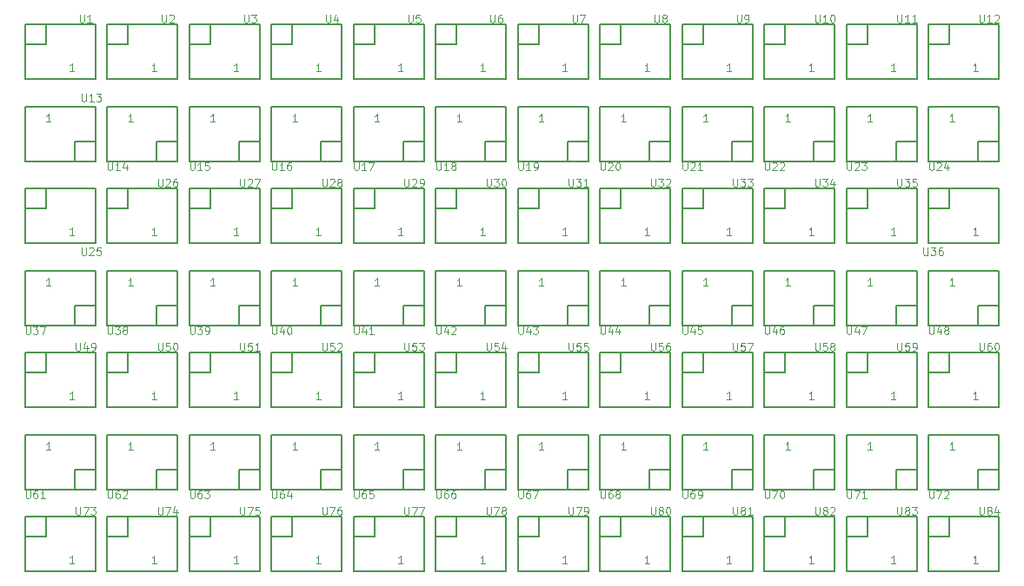
<source format=gbr>
G04 #@! TF.FileFunction,Legend,Top*
%FSLAX46Y46*%
G04 Gerber Fmt 4.6, Leading zero omitted, Abs format (unit mm)*
G04 Created by KiCad (PCBNEW (after 2015-may-25 BZR unknown)-product) date 6/23/2015 9:44:27 AM*
%MOMM*%
G01*
G04 APERTURE LIST*
%ADD10C,0.100000*%
%ADD11C,0.150000*%
%ADD12C,0.120000*%
G04 APERTURE END LIST*
D10*
D11*
X68571000Y-55238000D02*
X70603000Y-55238000D01*
X70603000Y-55238000D02*
X70603000Y-53333000D01*
X75429000Y-53333000D02*
X68571000Y-53333000D01*
X75429000Y-58667000D02*
X75429000Y-53333000D01*
X68571000Y-53333000D02*
X68571000Y-58667000D01*
X68571000Y-58667000D02*
X75429000Y-58667000D01*
X76571000Y-55238000D02*
X78603000Y-55238000D01*
X78603000Y-55238000D02*
X78603000Y-53333000D01*
X83429000Y-53333000D02*
X76571000Y-53333000D01*
X83429000Y-58667000D02*
X83429000Y-53333000D01*
X76571000Y-53333000D02*
X76571000Y-58667000D01*
X76571000Y-58667000D02*
X83429000Y-58667000D01*
X84571000Y-55238000D02*
X86603000Y-55238000D01*
X86603000Y-55238000D02*
X86603000Y-53333000D01*
X91429000Y-53333000D02*
X84571000Y-53333000D01*
X91429000Y-58667000D02*
X91429000Y-53333000D01*
X84571000Y-53333000D02*
X84571000Y-58667000D01*
X84571000Y-58667000D02*
X91429000Y-58667000D01*
X92571000Y-55238000D02*
X94603000Y-55238000D01*
X94603000Y-55238000D02*
X94603000Y-53333000D01*
X99429000Y-53333000D02*
X92571000Y-53333000D01*
X99429000Y-58667000D02*
X99429000Y-53333000D01*
X92571000Y-53333000D02*
X92571000Y-58667000D01*
X92571000Y-58667000D02*
X99429000Y-58667000D01*
X100571000Y-55238000D02*
X102603000Y-55238000D01*
X102603000Y-55238000D02*
X102603000Y-53333000D01*
X107429000Y-53333000D02*
X100571000Y-53333000D01*
X107429000Y-58667000D02*
X107429000Y-53333000D01*
X100571000Y-53333000D02*
X100571000Y-58667000D01*
X100571000Y-58667000D02*
X107429000Y-58667000D01*
X108571000Y-55238000D02*
X110603000Y-55238000D01*
X110603000Y-55238000D02*
X110603000Y-53333000D01*
X115429000Y-53333000D02*
X108571000Y-53333000D01*
X115429000Y-58667000D02*
X115429000Y-53333000D01*
X108571000Y-53333000D02*
X108571000Y-58667000D01*
X108571000Y-58667000D02*
X115429000Y-58667000D01*
X116571000Y-55238000D02*
X118603000Y-55238000D01*
X118603000Y-55238000D02*
X118603000Y-53333000D01*
X123429000Y-53333000D02*
X116571000Y-53333000D01*
X123429000Y-58667000D02*
X123429000Y-53333000D01*
X116571000Y-53333000D02*
X116571000Y-58667000D01*
X116571000Y-58667000D02*
X123429000Y-58667000D01*
X124571000Y-55238000D02*
X126603000Y-55238000D01*
X126603000Y-55238000D02*
X126603000Y-53333000D01*
X131429000Y-53333000D02*
X124571000Y-53333000D01*
X131429000Y-58667000D02*
X131429000Y-53333000D01*
X124571000Y-53333000D02*
X124571000Y-58667000D01*
X124571000Y-58667000D02*
X131429000Y-58667000D01*
X132571000Y-55238000D02*
X134603000Y-55238000D01*
X134603000Y-55238000D02*
X134603000Y-53333000D01*
X139429000Y-53333000D02*
X132571000Y-53333000D01*
X139429000Y-58667000D02*
X139429000Y-53333000D01*
X132571000Y-53333000D02*
X132571000Y-58667000D01*
X132571000Y-58667000D02*
X139429000Y-58667000D01*
X140571000Y-55238000D02*
X142603000Y-55238000D01*
X142603000Y-55238000D02*
X142603000Y-53333000D01*
X147429000Y-53333000D02*
X140571000Y-53333000D01*
X147429000Y-58667000D02*
X147429000Y-53333000D01*
X140571000Y-53333000D02*
X140571000Y-58667000D01*
X140571000Y-58667000D02*
X147429000Y-58667000D01*
X148571000Y-55238000D02*
X150603000Y-55238000D01*
X150603000Y-55238000D02*
X150603000Y-53333000D01*
X155429000Y-53333000D02*
X148571000Y-53333000D01*
X155429000Y-58667000D02*
X155429000Y-53333000D01*
X148571000Y-53333000D02*
X148571000Y-58667000D01*
X148571000Y-58667000D02*
X155429000Y-58667000D01*
X156571000Y-55238000D02*
X158603000Y-55238000D01*
X158603000Y-55238000D02*
X158603000Y-53333000D01*
X163429000Y-53333000D02*
X156571000Y-53333000D01*
X163429000Y-58667000D02*
X163429000Y-53333000D01*
X156571000Y-53333000D02*
X156571000Y-58667000D01*
X156571000Y-58667000D02*
X163429000Y-58667000D01*
X75429000Y-64762000D02*
X73397000Y-64762000D01*
X73397000Y-64762000D02*
X73397000Y-66667000D01*
X68571000Y-66667000D02*
X75429000Y-66667000D01*
X68571000Y-61333000D02*
X68571000Y-66667000D01*
X75429000Y-66667000D02*
X75429000Y-61333000D01*
X75429000Y-61333000D02*
X68571000Y-61333000D01*
X83429000Y-64762000D02*
X81397000Y-64762000D01*
X81397000Y-64762000D02*
X81397000Y-66667000D01*
X76571000Y-66667000D02*
X83429000Y-66667000D01*
X76571000Y-61333000D02*
X76571000Y-66667000D01*
X83429000Y-66667000D02*
X83429000Y-61333000D01*
X83429000Y-61333000D02*
X76571000Y-61333000D01*
X91429000Y-64762000D02*
X89397000Y-64762000D01*
X89397000Y-64762000D02*
X89397000Y-66667000D01*
X84571000Y-66667000D02*
X91429000Y-66667000D01*
X84571000Y-61333000D02*
X84571000Y-66667000D01*
X91429000Y-66667000D02*
X91429000Y-61333000D01*
X91429000Y-61333000D02*
X84571000Y-61333000D01*
X99429000Y-64762000D02*
X97397000Y-64762000D01*
X97397000Y-64762000D02*
X97397000Y-66667000D01*
X92571000Y-66667000D02*
X99429000Y-66667000D01*
X92571000Y-61333000D02*
X92571000Y-66667000D01*
X99429000Y-66667000D02*
X99429000Y-61333000D01*
X99429000Y-61333000D02*
X92571000Y-61333000D01*
X107429000Y-64762000D02*
X105397000Y-64762000D01*
X105397000Y-64762000D02*
X105397000Y-66667000D01*
X100571000Y-66667000D02*
X107429000Y-66667000D01*
X100571000Y-61333000D02*
X100571000Y-66667000D01*
X107429000Y-66667000D02*
X107429000Y-61333000D01*
X107429000Y-61333000D02*
X100571000Y-61333000D01*
X115429000Y-64762000D02*
X113397000Y-64762000D01*
X113397000Y-64762000D02*
X113397000Y-66667000D01*
X108571000Y-66667000D02*
X115429000Y-66667000D01*
X108571000Y-61333000D02*
X108571000Y-66667000D01*
X115429000Y-66667000D02*
X115429000Y-61333000D01*
X115429000Y-61333000D02*
X108571000Y-61333000D01*
X123429000Y-64762000D02*
X121397000Y-64762000D01*
X121397000Y-64762000D02*
X121397000Y-66667000D01*
X116571000Y-66667000D02*
X123429000Y-66667000D01*
X116571000Y-61333000D02*
X116571000Y-66667000D01*
X123429000Y-66667000D02*
X123429000Y-61333000D01*
X123429000Y-61333000D02*
X116571000Y-61333000D01*
X131429000Y-64762000D02*
X129397000Y-64762000D01*
X129397000Y-64762000D02*
X129397000Y-66667000D01*
X124571000Y-66667000D02*
X131429000Y-66667000D01*
X124571000Y-61333000D02*
X124571000Y-66667000D01*
X131429000Y-66667000D02*
X131429000Y-61333000D01*
X131429000Y-61333000D02*
X124571000Y-61333000D01*
X139429000Y-64762000D02*
X137397000Y-64762000D01*
X137397000Y-64762000D02*
X137397000Y-66667000D01*
X132571000Y-66667000D02*
X139429000Y-66667000D01*
X132571000Y-61333000D02*
X132571000Y-66667000D01*
X139429000Y-66667000D02*
X139429000Y-61333000D01*
X139429000Y-61333000D02*
X132571000Y-61333000D01*
X147429000Y-64762000D02*
X145397000Y-64762000D01*
X145397000Y-64762000D02*
X145397000Y-66667000D01*
X140571000Y-66667000D02*
X147429000Y-66667000D01*
X140571000Y-61333000D02*
X140571000Y-66667000D01*
X147429000Y-66667000D02*
X147429000Y-61333000D01*
X147429000Y-61333000D02*
X140571000Y-61333000D01*
X155429000Y-64762000D02*
X153397000Y-64762000D01*
X153397000Y-64762000D02*
X153397000Y-66667000D01*
X148571000Y-66667000D02*
X155429000Y-66667000D01*
X148571000Y-61333000D02*
X148571000Y-66667000D01*
X155429000Y-66667000D02*
X155429000Y-61333000D01*
X155429000Y-61333000D02*
X148571000Y-61333000D01*
X163429000Y-64762000D02*
X161397000Y-64762000D01*
X161397000Y-64762000D02*
X161397000Y-66667000D01*
X156571000Y-66667000D02*
X163429000Y-66667000D01*
X156571000Y-61333000D02*
X156571000Y-66667000D01*
X163429000Y-66667000D02*
X163429000Y-61333000D01*
X163429000Y-61333000D02*
X156571000Y-61333000D01*
X68571000Y-71238000D02*
X70603000Y-71238000D01*
X70603000Y-71238000D02*
X70603000Y-69333000D01*
X75429000Y-69333000D02*
X68571000Y-69333000D01*
X75429000Y-74667000D02*
X75429000Y-69333000D01*
X68571000Y-69333000D02*
X68571000Y-74667000D01*
X68571000Y-74667000D02*
X75429000Y-74667000D01*
X76571000Y-71238000D02*
X78603000Y-71238000D01*
X78603000Y-71238000D02*
X78603000Y-69333000D01*
X83429000Y-69333000D02*
X76571000Y-69333000D01*
X83429000Y-74667000D02*
X83429000Y-69333000D01*
X76571000Y-69333000D02*
X76571000Y-74667000D01*
X76571000Y-74667000D02*
X83429000Y-74667000D01*
X84571000Y-71238000D02*
X86603000Y-71238000D01*
X86603000Y-71238000D02*
X86603000Y-69333000D01*
X91429000Y-69333000D02*
X84571000Y-69333000D01*
X91429000Y-74667000D02*
X91429000Y-69333000D01*
X84571000Y-69333000D02*
X84571000Y-74667000D01*
X84571000Y-74667000D02*
X91429000Y-74667000D01*
X92571000Y-71238000D02*
X94603000Y-71238000D01*
X94603000Y-71238000D02*
X94603000Y-69333000D01*
X99429000Y-69333000D02*
X92571000Y-69333000D01*
X99429000Y-74667000D02*
X99429000Y-69333000D01*
X92571000Y-69333000D02*
X92571000Y-74667000D01*
X92571000Y-74667000D02*
X99429000Y-74667000D01*
X100571000Y-71238000D02*
X102603000Y-71238000D01*
X102603000Y-71238000D02*
X102603000Y-69333000D01*
X107429000Y-69333000D02*
X100571000Y-69333000D01*
X107429000Y-74667000D02*
X107429000Y-69333000D01*
X100571000Y-69333000D02*
X100571000Y-74667000D01*
X100571000Y-74667000D02*
X107429000Y-74667000D01*
X108571000Y-71238000D02*
X110603000Y-71238000D01*
X110603000Y-71238000D02*
X110603000Y-69333000D01*
X115429000Y-69333000D02*
X108571000Y-69333000D01*
X115429000Y-74667000D02*
X115429000Y-69333000D01*
X108571000Y-69333000D02*
X108571000Y-74667000D01*
X108571000Y-74667000D02*
X115429000Y-74667000D01*
X116571000Y-71238000D02*
X118603000Y-71238000D01*
X118603000Y-71238000D02*
X118603000Y-69333000D01*
X123429000Y-69333000D02*
X116571000Y-69333000D01*
X123429000Y-74667000D02*
X123429000Y-69333000D01*
X116571000Y-69333000D02*
X116571000Y-74667000D01*
X116571000Y-74667000D02*
X123429000Y-74667000D01*
X124571000Y-71238000D02*
X126603000Y-71238000D01*
X126603000Y-71238000D02*
X126603000Y-69333000D01*
X131429000Y-69333000D02*
X124571000Y-69333000D01*
X131429000Y-74667000D02*
X131429000Y-69333000D01*
X124571000Y-69333000D02*
X124571000Y-74667000D01*
X124571000Y-74667000D02*
X131429000Y-74667000D01*
X132571000Y-71238000D02*
X134603000Y-71238000D01*
X134603000Y-71238000D02*
X134603000Y-69333000D01*
X139429000Y-69333000D02*
X132571000Y-69333000D01*
X139429000Y-74667000D02*
X139429000Y-69333000D01*
X132571000Y-69333000D02*
X132571000Y-74667000D01*
X132571000Y-74667000D02*
X139429000Y-74667000D01*
X140571000Y-71238000D02*
X142603000Y-71238000D01*
X142603000Y-71238000D02*
X142603000Y-69333000D01*
X147429000Y-69333000D02*
X140571000Y-69333000D01*
X147429000Y-74667000D02*
X147429000Y-69333000D01*
X140571000Y-69333000D02*
X140571000Y-74667000D01*
X140571000Y-74667000D02*
X147429000Y-74667000D01*
X148571000Y-71238000D02*
X150603000Y-71238000D01*
X150603000Y-71238000D02*
X150603000Y-69333000D01*
X155429000Y-69333000D02*
X148571000Y-69333000D01*
X155429000Y-74667000D02*
X155429000Y-69333000D01*
X148571000Y-69333000D02*
X148571000Y-74667000D01*
X148571000Y-74667000D02*
X155429000Y-74667000D01*
X156571000Y-71238000D02*
X158603000Y-71238000D01*
X158603000Y-71238000D02*
X158603000Y-69333000D01*
X163429000Y-69333000D02*
X156571000Y-69333000D01*
X163429000Y-74667000D02*
X163429000Y-69333000D01*
X156571000Y-69333000D02*
X156571000Y-74667000D01*
X156571000Y-74667000D02*
X163429000Y-74667000D01*
X75429000Y-80762000D02*
X73397000Y-80762000D01*
X73397000Y-80762000D02*
X73397000Y-82667000D01*
X68571000Y-82667000D02*
X75429000Y-82667000D01*
X68571000Y-77333000D02*
X68571000Y-82667000D01*
X75429000Y-82667000D02*
X75429000Y-77333000D01*
X75429000Y-77333000D02*
X68571000Y-77333000D01*
X83429000Y-80762000D02*
X81397000Y-80762000D01*
X81397000Y-80762000D02*
X81397000Y-82667000D01*
X76571000Y-82667000D02*
X83429000Y-82667000D01*
X76571000Y-77333000D02*
X76571000Y-82667000D01*
X83429000Y-82667000D02*
X83429000Y-77333000D01*
X83429000Y-77333000D02*
X76571000Y-77333000D01*
X91429000Y-80762000D02*
X89397000Y-80762000D01*
X89397000Y-80762000D02*
X89397000Y-82667000D01*
X84571000Y-82667000D02*
X91429000Y-82667000D01*
X84571000Y-77333000D02*
X84571000Y-82667000D01*
X91429000Y-82667000D02*
X91429000Y-77333000D01*
X91429000Y-77333000D02*
X84571000Y-77333000D01*
X99429000Y-80762000D02*
X97397000Y-80762000D01*
X97397000Y-80762000D02*
X97397000Y-82667000D01*
X92571000Y-82667000D02*
X99429000Y-82667000D01*
X92571000Y-77333000D02*
X92571000Y-82667000D01*
X99429000Y-82667000D02*
X99429000Y-77333000D01*
X99429000Y-77333000D02*
X92571000Y-77333000D01*
X107429000Y-80762000D02*
X105397000Y-80762000D01*
X105397000Y-80762000D02*
X105397000Y-82667000D01*
X100571000Y-82667000D02*
X107429000Y-82667000D01*
X100571000Y-77333000D02*
X100571000Y-82667000D01*
X107429000Y-82667000D02*
X107429000Y-77333000D01*
X107429000Y-77333000D02*
X100571000Y-77333000D01*
X115429000Y-80762000D02*
X113397000Y-80762000D01*
X113397000Y-80762000D02*
X113397000Y-82667000D01*
X108571000Y-82667000D02*
X115429000Y-82667000D01*
X108571000Y-77333000D02*
X108571000Y-82667000D01*
X115429000Y-82667000D02*
X115429000Y-77333000D01*
X115429000Y-77333000D02*
X108571000Y-77333000D01*
X123429000Y-80762000D02*
X121397000Y-80762000D01*
X121397000Y-80762000D02*
X121397000Y-82667000D01*
X116571000Y-82667000D02*
X123429000Y-82667000D01*
X116571000Y-77333000D02*
X116571000Y-82667000D01*
X123429000Y-82667000D02*
X123429000Y-77333000D01*
X123429000Y-77333000D02*
X116571000Y-77333000D01*
X131429000Y-80762000D02*
X129397000Y-80762000D01*
X129397000Y-80762000D02*
X129397000Y-82667000D01*
X124571000Y-82667000D02*
X131429000Y-82667000D01*
X124571000Y-77333000D02*
X124571000Y-82667000D01*
X131429000Y-82667000D02*
X131429000Y-77333000D01*
X131429000Y-77333000D02*
X124571000Y-77333000D01*
X139429000Y-80762000D02*
X137397000Y-80762000D01*
X137397000Y-80762000D02*
X137397000Y-82667000D01*
X132571000Y-82667000D02*
X139429000Y-82667000D01*
X132571000Y-77333000D02*
X132571000Y-82667000D01*
X139429000Y-82667000D02*
X139429000Y-77333000D01*
X139429000Y-77333000D02*
X132571000Y-77333000D01*
X147429000Y-80762000D02*
X145397000Y-80762000D01*
X145397000Y-80762000D02*
X145397000Y-82667000D01*
X140571000Y-82667000D02*
X147429000Y-82667000D01*
X140571000Y-77333000D02*
X140571000Y-82667000D01*
X147429000Y-82667000D02*
X147429000Y-77333000D01*
X147429000Y-77333000D02*
X140571000Y-77333000D01*
X155429000Y-80762000D02*
X153397000Y-80762000D01*
X153397000Y-80762000D02*
X153397000Y-82667000D01*
X148571000Y-82667000D02*
X155429000Y-82667000D01*
X148571000Y-77333000D02*
X148571000Y-82667000D01*
X155429000Y-82667000D02*
X155429000Y-77333000D01*
X155429000Y-77333000D02*
X148571000Y-77333000D01*
X163429000Y-80762000D02*
X161397000Y-80762000D01*
X161397000Y-80762000D02*
X161397000Y-82667000D01*
X156571000Y-82667000D02*
X163429000Y-82667000D01*
X156571000Y-77333000D02*
X156571000Y-82667000D01*
X163429000Y-82667000D02*
X163429000Y-77333000D01*
X163429000Y-77333000D02*
X156571000Y-77333000D01*
X68571000Y-87238000D02*
X70603000Y-87238000D01*
X70603000Y-87238000D02*
X70603000Y-85333000D01*
X75429000Y-85333000D02*
X68571000Y-85333000D01*
X75429000Y-90667000D02*
X75429000Y-85333000D01*
X68571000Y-85333000D02*
X68571000Y-90667000D01*
X68571000Y-90667000D02*
X75429000Y-90667000D01*
X76571000Y-87238000D02*
X78603000Y-87238000D01*
X78603000Y-87238000D02*
X78603000Y-85333000D01*
X83429000Y-85333000D02*
X76571000Y-85333000D01*
X83429000Y-90667000D02*
X83429000Y-85333000D01*
X76571000Y-85333000D02*
X76571000Y-90667000D01*
X76571000Y-90667000D02*
X83429000Y-90667000D01*
X84571000Y-87238000D02*
X86603000Y-87238000D01*
X86603000Y-87238000D02*
X86603000Y-85333000D01*
X91429000Y-85333000D02*
X84571000Y-85333000D01*
X91429000Y-90667000D02*
X91429000Y-85333000D01*
X84571000Y-85333000D02*
X84571000Y-90667000D01*
X84571000Y-90667000D02*
X91429000Y-90667000D01*
X92571000Y-87238000D02*
X94603000Y-87238000D01*
X94603000Y-87238000D02*
X94603000Y-85333000D01*
X99429000Y-85333000D02*
X92571000Y-85333000D01*
X99429000Y-90667000D02*
X99429000Y-85333000D01*
X92571000Y-85333000D02*
X92571000Y-90667000D01*
X92571000Y-90667000D02*
X99429000Y-90667000D01*
X100571000Y-87238000D02*
X102603000Y-87238000D01*
X102603000Y-87238000D02*
X102603000Y-85333000D01*
X107429000Y-85333000D02*
X100571000Y-85333000D01*
X107429000Y-90667000D02*
X107429000Y-85333000D01*
X100571000Y-85333000D02*
X100571000Y-90667000D01*
X100571000Y-90667000D02*
X107429000Y-90667000D01*
X108571000Y-87238000D02*
X110603000Y-87238000D01*
X110603000Y-87238000D02*
X110603000Y-85333000D01*
X115429000Y-85333000D02*
X108571000Y-85333000D01*
X115429000Y-90667000D02*
X115429000Y-85333000D01*
X108571000Y-85333000D02*
X108571000Y-90667000D01*
X108571000Y-90667000D02*
X115429000Y-90667000D01*
X116571000Y-87238000D02*
X118603000Y-87238000D01*
X118603000Y-87238000D02*
X118603000Y-85333000D01*
X123429000Y-85333000D02*
X116571000Y-85333000D01*
X123429000Y-90667000D02*
X123429000Y-85333000D01*
X116571000Y-85333000D02*
X116571000Y-90667000D01*
X116571000Y-90667000D02*
X123429000Y-90667000D01*
X124571000Y-87238000D02*
X126603000Y-87238000D01*
X126603000Y-87238000D02*
X126603000Y-85333000D01*
X131429000Y-85333000D02*
X124571000Y-85333000D01*
X131429000Y-90667000D02*
X131429000Y-85333000D01*
X124571000Y-85333000D02*
X124571000Y-90667000D01*
X124571000Y-90667000D02*
X131429000Y-90667000D01*
X132571000Y-87238000D02*
X134603000Y-87238000D01*
X134603000Y-87238000D02*
X134603000Y-85333000D01*
X139429000Y-85333000D02*
X132571000Y-85333000D01*
X139429000Y-90667000D02*
X139429000Y-85333000D01*
X132571000Y-85333000D02*
X132571000Y-90667000D01*
X132571000Y-90667000D02*
X139429000Y-90667000D01*
X140571000Y-87238000D02*
X142603000Y-87238000D01*
X142603000Y-87238000D02*
X142603000Y-85333000D01*
X147429000Y-85333000D02*
X140571000Y-85333000D01*
X147429000Y-90667000D02*
X147429000Y-85333000D01*
X140571000Y-85333000D02*
X140571000Y-90667000D01*
X140571000Y-90667000D02*
X147429000Y-90667000D01*
X148571000Y-87238000D02*
X150603000Y-87238000D01*
X150603000Y-87238000D02*
X150603000Y-85333000D01*
X155429000Y-85333000D02*
X148571000Y-85333000D01*
X155429000Y-90667000D02*
X155429000Y-85333000D01*
X148571000Y-85333000D02*
X148571000Y-90667000D01*
X148571000Y-90667000D02*
X155429000Y-90667000D01*
X156571000Y-87238000D02*
X158603000Y-87238000D01*
X158603000Y-87238000D02*
X158603000Y-85333000D01*
X163429000Y-85333000D02*
X156571000Y-85333000D01*
X163429000Y-90667000D02*
X163429000Y-85333000D01*
X156571000Y-85333000D02*
X156571000Y-90667000D01*
X156571000Y-90667000D02*
X163429000Y-90667000D01*
X75429000Y-96762000D02*
X73397000Y-96762000D01*
X73397000Y-96762000D02*
X73397000Y-98667000D01*
X68571000Y-98667000D02*
X75429000Y-98667000D01*
X68571000Y-93333000D02*
X68571000Y-98667000D01*
X75429000Y-98667000D02*
X75429000Y-93333000D01*
X75429000Y-93333000D02*
X68571000Y-93333000D01*
X83429000Y-96762000D02*
X81397000Y-96762000D01*
X81397000Y-96762000D02*
X81397000Y-98667000D01*
X76571000Y-98667000D02*
X83429000Y-98667000D01*
X76571000Y-93333000D02*
X76571000Y-98667000D01*
X83429000Y-98667000D02*
X83429000Y-93333000D01*
X83429000Y-93333000D02*
X76571000Y-93333000D01*
X91429000Y-96762000D02*
X89397000Y-96762000D01*
X89397000Y-96762000D02*
X89397000Y-98667000D01*
X84571000Y-98667000D02*
X91429000Y-98667000D01*
X84571000Y-93333000D02*
X84571000Y-98667000D01*
X91429000Y-98667000D02*
X91429000Y-93333000D01*
X91429000Y-93333000D02*
X84571000Y-93333000D01*
X99429000Y-96762000D02*
X97397000Y-96762000D01*
X97397000Y-96762000D02*
X97397000Y-98667000D01*
X92571000Y-98667000D02*
X99429000Y-98667000D01*
X92571000Y-93333000D02*
X92571000Y-98667000D01*
X99429000Y-98667000D02*
X99429000Y-93333000D01*
X99429000Y-93333000D02*
X92571000Y-93333000D01*
X107429000Y-96762000D02*
X105397000Y-96762000D01*
X105397000Y-96762000D02*
X105397000Y-98667000D01*
X100571000Y-98667000D02*
X107429000Y-98667000D01*
X100571000Y-93333000D02*
X100571000Y-98667000D01*
X107429000Y-98667000D02*
X107429000Y-93333000D01*
X107429000Y-93333000D02*
X100571000Y-93333000D01*
X115429000Y-96762000D02*
X113397000Y-96762000D01*
X113397000Y-96762000D02*
X113397000Y-98667000D01*
X108571000Y-98667000D02*
X115429000Y-98667000D01*
X108571000Y-93333000D02*
X108571000Y-98667000D01*
X115429000Y-98667000D02*
X115429000Y-93333000D01*
X115429000Y-93333000D02*
X108571000Y-93333000D01*
X123429000Y-96762000D02*
X121397000Y-96762000D01*
X121397000Y-96762000D02*
X121397000Y-98667000D01*
X116571000Y-98667000D02*
X123429000Y-98667000D01*
X116571000Y-93333000D02*
X116571000Y-98667000D01*
X123429000Y-98667000D02*
X123429000Y-93333000D01*
X123429000Y-93333000D02*
X116571000Y-93333000D01*
X131429000Y-96762000D02*
X129397000Y-96762000D01*
X129397000Y-96762000D02*
X129397000Y-98667000D01*
X124571000Y-98667000D02*
X131429000Y-98667000D01*
X124571000Y-93333000D02*
X124571000Y-98667000D01*
X131429000Y-98667000D02*
X131429000Y-93333000D01*
X131429000Y-93333000D02*
X124571000Y-93333000D01*
X139429000Y-96762000D02*
X137397000Y-96762000D01*
X137397000Y-96762000D02*
X137397000Y-98667000D01*
X132571000Y-98667000D02*
X139429000Y-98667000D01*
X132571000Y-93333000D02*
X132571000Y-98667000D01*
X139429000Y-98667000D02*
X139429000Y-93333000D01*
X139429000Y-93333000D02*
X132571000Y-93333000D01*
X147429000Y-96762000D02*
X145397000Y-96762000D01*
X145397000Y-96762000D02*
X145397000Y-98667000D01*
X140571000Y-98667000D02*
X147429000Y-98667000D01*
X140571000Y-93333000D02*
X140571000Y-98667000D01*
X147429000Y-98667000D02*
X147429000Y-93333000D01*
X147429000Y-93333000D02*
X140571000Y-93333000D01*
X155429000Y-96762000D02*
X153397000Y-96762000D01*
X153397000Y-96762000D02*
X153397000Y-98667000D01*
X148571000Y-98667000D02*
X155429000Y-98667000D01*
X148571000Y-93333000D02*
X148571000Y-98667000D01*
X155429000Y-98667000D02*
X155429000Y-93333000D01*
X155429000Y-93333000D02*
X148571000Y-93333000D01*
X163429000Y-96762000D02*
X161397000Y-96762000D01*
X161397000Y-96762000D02*
X161397000Y-98667000D01*
X156571000Y-98667000D02*
X163429000Y-98667000D01*
X156571000Y-93333000D02*
X156571000Y-98667000D01*
X163429000Y-98667000D02*
X163429000Y-93333000D01*
X163429000Y-93333000D02*
X156571000Y-93333000D01*
X68571000Y-103238000D02*
X70603000Y-103238000D01*
X70603000Y-103238000D02*
X70603000Y-101333000D01*
X75429000Y-101333000D02*
X68571000Y-101333000D01*
X75429000Y-106667000D02*
X75429000Y-101333000D01*
X68571000Y-101333000D02*
X68571000Y-106667000D01*
X68571000Y-106667000D02*
X75429000Y-106667000D01*
X76571000Y-103238000D02*
X78603000Y-103238000D01*
X78603000Y-103238000D02*
X78603000Y-101333000D01*
X83429000Y-101333000D02*
X76571000Y-101333000D01*
X83429000Y-106667000D02*
X83429000Y-101333000D01*
X76571000Y-101333000D02*
X76571000Y-106667000D01*
X76571000Y-106667000D02*
X83429000Y-106667000D01*
X84571000Y-103238000D02*
X86603000Y-103238000D01*
X86603000Y-103238000D02*
X86603000Y-101333000D01*
X91429000Y-101333000D02*
X84571000Y-101333000D01*
X91429000Y-106667000D02*
X91429000Y-101333000D01*
X84571000Y-101333000D02*
X84571000Y-106667000D01*
X84571000Y-106667000D02*
X91429000Y-106667000D01*
X92571000Y-103238000D02*
X94603000Y-103238000D01*
X94603000Y-103238000D02*
X94603000Y-101333000D01*
X99429000Y-101333000D02*
X92571000Y-101333000D01*
X99429000Y-106667000D02*
X99429000Y-101333000D01*
X92571000Y-101333000D02*
X92571000Y-106667000D01*
X92571000Y-106667000D02*
X99429000Y-106667000D01*
X100571000Y-103238000D02*
X102603000Y-103238000D01*
X102603000Y-103238000D02*
X102603000Y-101333000D01*
X107429000Y-101333000D02*
X100571000Y-101333000D01*
X107429000Y-106667000D02*
X107429000Y-101333000D01*
X100571000Y-101333000D02*
X100571000Y-106667000D01*
X100571000Y-106667000D02*
X107429000Y-106667000D01*
X108571000Y-103238000D02*
X110603000Y-103238000D01*
X110603000Y-103238000D02*
X110603000Y-101333000D01*
X115429000Y-101333000D02*
X108571000Y-101333000D01*
X115429000Y-106667000D02*
X115429000Y-101333000D01*
X108571000Y-101333000D02*
X108571000Y-106667000D01*
X108571000Y-106667000D02*
X115429000Y-106667000D01*
X116571000Y-103238000D02*
X118603000Y-103238000D01*
X118603000Y-103238000D02*
X118603000Y-101333000D01*
X123429000Y-101333000D02*
X116571000Y-101333000D01*
X123429000Y-106667000D02*
X123429000Y-101333000D01*
X116571000Y-101333000D02*
X116571000Y-106667000D01*
X116571000Y-106667000D02*
X123429000Y-106667000D01*
X124571000Y-103238000D02*
X126603000Y-103238000D01*
X126603000Y-103238000D02*
X126603000Y-101333000D01*
X131429000Y-101333000D02*
X124571000Y-101333000D01*
X131429000Y-106667000D02*
X131429000Y-101333000D01*
X124571000Y-101333000D02*
X124571000Y-106667000D01*
X124571000Y-106667000D02*
X131429000Y-106667000D01*
X132571000Y-103238000D02*
X134603000Y-103238000D01*
X134603000Y-103238000D02*
X134603000Y-101333000D01*
X139429000Y-101333000D02*
X132571000Y-101333000D01*
X139429000Y-106667000D02*
X139429000Y-101333000D01*
X132571000Y-101333000D02*
X132571000Y-106667000D01*
X132571000Y-106667000D02*
X139429000Y-106667000D01*
X140571000Y-103238000D02*
X142603000Y-103238000D01*
X142603000Y-103238000D02*
X142603000Y-101333000D01*
X147429000Y-101333000D02*
X140571000Y-101333000D01*
X147429000Y-106667000D02*
X147429000Y-101333000D01*
X140571000Y-101333000D02*
X140571000Y-106667000D01*
X140571000Y-106667000D02*
X147429000Y-106667000D01*
X148571000Y-103238000D02*
X150603000Y-103238000D01*
X150603000Y-103238000D02*
X150603000Y-101333000D01*
X155429000Y-101333000D02*
X148571000Y-101333000D01*
X155429000Y-106667000D02*
X155429000Y-101333000D01*
X148571000Y-101333000D02*
X148571000Y-106667000D01*
X148571000Y-106667000D02*
X155429000Y-106667000D01*
X156571000Y-103238000D02*
X158603000Y-103238000D01*
X158603000Y-103238000D02*
X158603000Y-101333000D01*
X163429000Y-101333000D02*
X156571000Y-101333000D01*
X163429000Y-106667000D02*
X163429000Y-101333000D01*
X156571000Y-101333000D02*
X156571000Y-106667000D01*
X156571000Y-106667000D02*
X163429000Y-106667000D01*
D12*
X73878571Y-52389286D02*
X73878571Y-52996429D01*
X73914286Y-53067857D01*
X73950000Y-53103571D01*
X74021429Y-53139286D01*
X74164286Y-53139286D01*
X74235714Y-53103571D01*
X74271429Y-53067857D01*
X74307143Y-52996429D01*
X74307143Y-52389286D01*
X75057143Y-53139286D02*
X74628571Y-53139286D01*
X74842857Y-53139286D02*
X74842857Y-52389286D01*
X74771428Y-52496429D01*
X74700000Y-52567857D01*
X74628571Y-52603571D01*
X73357286Y-57863286D02*
X72928714Y-57863286D01*
X73143000Y-57863286D02*
X73143000Y-57113286D01*
X73071571Y-57220429D01*
X73000143Y-57291857D01*
X72928714Y-57327571D01*
X81878571Y-52389286D02*
X81878571Y-52996429D01*
X81914286Y-53067857D01*
X81950000Y-53103571D01*
X82021429Y-53139286D01*
X82164286Y-53139286D01*
X82235714Y-53103571D01*
X82271429Y-53067857D01*
X82307143Y-52996429D01*
X82307143Y-52389286D01*
X82628571Y-52460714D02*
X82664285Y-52425000D01*
X82735714Y-52389286D01*
X82914285Y-52389286D01*
X82985714Y-52425000D01*
X83021428Y-52460714D01*
X83057143Y-52532143D01*
X83057143Y-52603571D01*
X83021428Y-52710714D01*
X82592857Y-53139286D01*
X83057143Y-53139286D01*
X81357286Y-57863286D02*
X80928714Y-57863286D01*
X81143000Y-57863286D02*
X81143000Y-57113286D01*
X81071571Y-57220429D01*
X81000143Y-57291857D01*
X80928714Y-57327571D01*
X89878571Y-52389286D02*
X89878571Y-52996429D01*
X89914286Y-53067857D01*
X89950000Y-53103571D01*
X90021429Y-53139286D01*
X90164286Y-53139286D01*
X90235714Y-53103571D01*
X90271429Y-53067857D01*
X90307143Y-52996429D01*
X90307143Y-52389286D01*
X90592857Y-52389286D02*
X91057143Y-52389286D01*
X90807143Y-52675000D01*
X90914285Y-52675000D01*
X90985714Y-52710714D01*
X91021428Y-52746429D01*
X91057143Y-52817857D01*
X91057143Y-52996429D01*
X91021428Y-53067857D01*
X90985714Y-53103571D01*
X90914285Y-53139286D01*
X90700000Y-53139286D01*
X90628571Y-53103571D01*
X90592857Y-53067857D01*
X89357286Y-57863286D02*
X88928714Y-57863286D01*
X89143000Y-57863286D02*
X89143000Y-57113286D01*
X89071571Y-57220429D01*
X89000143Y-57291857D01*
X88928714Y-57327571D01*
X97878571Y-52389286D02*
X97878571Y-52996429D01*
X97914286Y-53067857D01*
X97950000Y-53103571D01*
X98021429Y-53139286D01*
X98164286Y-53139286D01*
X98235714Y-53103571D01*
X98271429Y-53067857D01*
X98307143Y-52996429D01*
X98307143Y-52389286D01*
X98985714Y-52639286D02*
X98985714Y-53139286D01*
X98807143Y-52353571D02*
X98628571Y-52889286D01*
X99092857Y-52889286D01*
X97357286Y-57863286D02*
X96928714Y-57863286D01*
X97143000Y-57863286D02*
X97143000Y-57113286D01*
X97071571Y-57220429D01*
X97000143Y-57291857D01*
X96928714Y-57327571D01*
X105878571Y-52389286D02*
X105878571Y-52996429D01*
X105914286Y-53067857D01*
X105950000Y-53103571D01*
X106021429Y-53139286D01*
X106164286Y-53139286D01*
X106235714Y-53103571D01*
X106271429Y-53067857D01*
X106307143Y-52996429D01*
X106307143Y-52389286D01*
X107021428Y-52389286D02*
X106664285Y-52389286D01*
X106628571Y-52746429D01*
X106664285Y-52710714D01*
X106735714Y-52675000D01*
X106914285Y-52675000D01*
X106985714Y-52710714D01*
X107021428Y-52746429D01*
X107057143Y-52817857D01*
X107057143Y-52996429D01*
X107021428Y-53067857D01*
X106985714Y-53103571D01*
X106914285Y-53139286D01*
X106735714Y-53139286D01*
X106664285Y-53103571D01*
X106628571Y-53067857D01*
X105357286Y-57863286D02*
X104928714Y-57863286D01*
X105143000Y-57863286D02*
X105143000Y-57113286D01*
X105071571Y-57220429D01*
X105000143Y-57291857D01*
X104928714Y-57327571D01*
X113878571Y-52389286D02*
X113878571Y-52996429D01*
X113914286Y-53067857D01*
X113950000Y-53103571D01*
X114021429Y-53139286D01*
X114164286Y-53139286D01*
X114235714Y-53103571D01*
X114271429Y-53067857D01*
X114307143Y-52996429D01*
X114307143Y-52389286D01*
X114985714Y-52389286D02*
X114842857Y-52389286D01*
X114771428Y-52425000D01*
X114735714Y-52460714D01*
X114664285Y-52567857D01*
X114628571Y-52710714D01*
X114628571Y-52996429D01*
X114664285Y-53067857D01*
X114700000Y-53103571D01*
X114771428Y-53139286D01*
X114914285Y-53139286D01*
X114985714Y-53103571D01*
X115021428Y-53067857D01*
X115057143Y-52996429D01*
X115057143Y-52817857D01*
X115021428Y-52746429D01*
X114985714Y-52710714D01*
X114914285Y-52675000D01*
X114771428Y-52675000D01*
X114700000Y-52710714D01*
X114664285Y-52746429D01*
X114628571Y-52817857D01*
X113357286Y-57863286D02*
X112928714Y-57863286D01*
X113143000Y-57863286D02*
X113143000Y-57113286D01*
X113071571Y-57220429D01*
X113000143Y-57291857D01*
X112928714Y-57327571D01*
X121878571Y-52389286D02*
X121878571Y-52996429D01*
X121914286Y-53067857D01*
X121950000Y-53103571D01*
X122021429Y-53139286D01*
X122164286Y-53139286D01*
X122235714Y-53103571D01*
X122271429Y-53067857D01*
X122307143Y-52996429D01*
X122307143Y-52389286D01*
X122592857Y-52389286D02*
X123092857Y-52389286D01*
X122771428Y-53139286D01*
X121357286Y-57863286D02*
X120928714Y-57863286D01*
X121143000Y-57863286D02*
X121143000Y-57113286D01*
X121071571Y-57220429D01*
X121000143Y-57291857D01*
X120928714Y-57327571D01*
X129878571Y-52389286D02*
X129878571Y-52996429D01*
X129914286Y-53067857D01*
X129950000Y-53103571D01*
X130021429Y-53139286D01*
X130164286Y-53139286D01*
X130235714Y-53103571D01*
X130271429Y-53067857D01*
X130307143Y-52996429D01*
X130307143Y-52389286D01*
X130771428Y-52710714D02*
X130700000Y-52675000D01*
X130664285Y-52639286D01*
X130628571Y-52567857D01*
X130628571Y-52532143D01*
X130664285Y-52460714D01*
X130700000Y-52425000D01*
X130771428Y-52389286D01*
X130914285Y-52389286D01*
X130985714Y-52425000D01*
X131021428Y-52460714D01*
X131057143Y-52532143D01*
X131057143Y-52567857D01*
X131021428Y-52639286D01*
X130985714Y-52675000D01*
X130914285Y-52710714D01*
X130771428Y-52710714D01*
X130700000Y-52746429D01*
X130664285Y-52782143D01*
X130628571Y-52853571D01*
X130628571Y-52996429D01*
X130664285Y-53067857D01*
X130700000Y-53103571D01*
X130771428Y-53139286D01*
X130914285Y-53139286D01*
X130985714Y-53103571D01*
X131021428Y-53067857D01*
X131057143Y-52996429D01*
X131057143Y-52853571D01*
X131021428Y-52782143D01*
X130985714Y-52746429D01*
X130914285Y-52710714D01*
X129357286Y-57863286D02*
X128928714Y-57863286D01*
X129143000Y-57863286D02*
X129143000Y-57113286D01*
X129071571Y-57220429D01*
X129000143Y-57291857D01*
X128928714Y-57327571D01*
X137878571Y-52389286D02*
X137878571Y-52996429D01*
X137914286Y-53067857D01*
X137950000Y-53103571D01*
X138021429Y-53139286D01*
X138164286Y-53139286D01*
X138235714Y-53103571D01*
X138271429Y-53067857D01*
X138307143Y-52996429D01*
X138307143Y-52389286D01*
X138700000Y-53139286D02*
X138842857Y-53139286D01*
X138914285Y-53103571D01*
X138950000Y-53067857D01*
X139021428Y-52960714D01*
X139057143Y-52817857D01*
X139057143Y-52532143D01*
X139021428Y-52460714D01*
X138985714Y-52425000D01*
X138914285Y-52389286D01*
X138771428Y-52389286D01*
X138700000Y-52425000D01*
X138664285Y-52460714D01*
X138628571Y-52532143D01*
X138628571Y-52710714D01*
X138664285Y-52782143D01*
X138700000Y-52817857D01*
X138771428Y-52853571D01*
X138914285Y-52853571D01*
X138985714Y-52817857D01*
X139021428Y-52782143D01*
X139057143Y-52710714D01*
X137357286Y-57863286D02*
X136928714Y-57863286D01*
X137143000Y-57863286D02*
X137143000Y-57113286D01*
X137071571Y-57220429D01*
X137000143Y-57291857D01*
X136928714Y-57327571D01*
X145521428Y-52389286D02*
X145521428Y-52996429D01*
X145557143Y-53067857D01*
X145592857Y-53103571D01*
X145664286Y-53139286D01*
X145807143Y-53139286D01*
X145878571Y-53103571D01*
X145914286Y-53067857D01*
X145950000Y-52996429D01*
X145950000Y-52389286D01*
X146700000Y-53139286D02*
X146271428Y-53139286D01*
X146485714Y-53139286D02*
X146485714Y-52389286D01*
X146414285Y-52496429D01*
X146342857Y-52567857D01*
X146271428Y-52603571D01*
X147164286Y-52389286D02*
X147235714Y-52389286D01*
X147307143Y-52425000D01*
X147342857Y-52460714D01*
X147378571Y-52532143D01*
X147414286Y-52675000D01*
X147414286Y-52853571D01*
X147378571Y-52996429D01*
X147342857Y-53067857D01*
X147307143Y-53103571D01*
X147235714Y-53139286D01*
X147164286Y-53139286D01*
X147092857Y-53103571D01*
X147057143Y-53067857D01*
X147021428Y-52996429D01*
X146985714Y-52853571D01*
X146985714Y-52675000D01*
X147021428Y-52532143D01*
X147057143Y-52460714D01*
X147092857Y-52425000D01*
X147164286Y-52389286D01*
X145357286Y-57863286D02*
X144928714Y-57863286D01*
X145143000Y-57863286D02*
X145143000Y-57113286D01*
X145071571Y-57220429D01*
X145000143Y-57291857D01*
X144928714Y-57327571D01*
X153521428Y-52389286D02*
X153521428Y-52996429D01*
X153557143Y-53067857D01*
X153592857Y-53103571D01*
X153664286Y-53139286D01*
X153807143Y-53139286D01*
X153878571Y-53103571D01*
X153914286Y-53067857D01*
X153950000Y-52996429D01*
X153950000Y-52389286D01*
X154700000Y-53139286D02*
X154271428Y-53139286D01*
X154485714Y-53139286D02*
X154485714Y-52389286D01*
X154414285Y-52496429D01*
X154342857Y-52567857D01*
X154271428Y-52603571D01*
X155414286Y-53139286D02*
X154985714Y-53139286D01*
X155200000Y-53139286D02*
X155200000Y-52389286D01*
X155128571Y-52496429D01*
X155057143Y-52567857D01*
X154985714Y-52603571D01*
X153357286Y-57863286D02*
X152928714Y-57863286D01*
X153143000Y-57863286D02*
X153143000Y-57113286D01*
X153071571Y-57220429D01*
X153000143Y-57291857D01*
X152928714Y-57327571D01*
X161521428Y-52389286D02*
X161521428Y-52996429D01*
X161557143Y-53067857D01*
X161592857Y-53103571D01*
X161664286Y-53139286D01*
X161807143Y-53139286D01*
X161878571Y-53103571D01*
X161914286Y-53067857D01*
X161950000Y-52996429D01*
X161950000Y-52389286D01*
X162700000Y-53139286D02*
X162271428Y-53139286D01*
X162485714Y-53139286D02*
X162485714Y-52389286D01*
X162414285Y-52496429D01*
X162342857Y-52567857D01*
X162271428Y-52603571D01*
X162985714Y-52460714D02*
X163021428Y-52425000D01*
X163092857Y-52389286D01*
X163271428Y-52389286D01*
X163342857Y-52425000D01*
X163378571Y-52460714D01*
X163414286Y-52532143D01*
X163414286Y-52603571D01*
X163378571Y-52710714D01*
X162950000Y-53139286D01*
X163414286Y-53139286D01*
X161357286Y-57863286D02*
X160928714Y-57863286D01*
X161143000Y-57863286D02*
X161143000Y-57113286D01*
X161071571Y-57220429D01*
X161000143Y-57291857D01*
X160928714Y-57327571D01*
X74071428Y-60089286D02*
X74071428Y-60696429D01*
X74107143Y-60767857D01*
X74142857Y-60803571D01*
X74214286Y-60839286D01*
X74357143Y-60839286D01*
X74428571Y-60803571D01*
X74464286Y-60767857D01*
X74500000Y-60696429D01*
X74500000Y-60089286D01*
X75250000Y-60839286D02*
X74821428Y-60839286D01*
X75035714Y-60839286D02*
X75035714Y-60089286D01*
X74964285Y-60196429D01*
X74892857Y-60267857D01*
X74821428Y-60303571D01*
X75500000Y-60089286D02*
X75964286Y-60089286D01*
X75714286Y-60375000D01*
X75821428Y-60375000D01*
X75892857Y-60410714D01*
X75928571Y-60446429D01*
X75964286Y-60517857D01*
X75964286Y-60696429D01*
X75928571Y-60767857D01*
X75892857Y-60803571D01*
X75821428Y-60839286D01*
X75607143Y-60839286D01*
X75535714Y-60803571D01*
X75500000Y-60767857D01*
X71071286Y-62815286D02*
X70642714Y-62815286D01*
X70857000Y-62815286D02*
X70857000Y-62065286D01*
X70785571Y-62172429D01*
X70714143Y-62243857D01*
X70642714Y-62279571D01*
X76621428Y-66789286D02*
X76621428Y-67396429D01*
X76657143Y-67467857D01*
X76692857Y-67503571D01*
X76764286Y-67539286D01*
X76907143Y-67539286D01*
X76978571Y-67503571D01*
X77014286Y-67467857D01*
X77050000Y-67396429D01*
X77050000Y-66789286D01*
X77800000Y-67539286D02*
X77371428Y-67539286D01*
X77585714Y-67539286D02*
X77585714Y-66789286D01*
X77514285Y-66896429D01*
X77442857Y-66967857D01*
X77371428Y-67003571D01*
X78442857Y-67039286D02*
X78442857Y-67539286D01*
X78264286Y-66753571D02*
X78085714Y-67289286D01*
X78550000Y-67289286D01*
X79071286Y-62815286D02*
X78642714Y-62815286D01*
X78857000Y-62815286D02*
X78857000Y-62065286D01*
X78785571Y-62172429D01*
X78714143Y-62243857D01*
X78642714Y-62279571D01*
X84621428Y-66789286D02*
X84621428Y-67396429D01*
X84657143Y-67467857D01*
X84692857Y-67503571D01*
X84764286Y-67539286D01*
X84907143Y-67539286D01*
X84978571Y-67503571D01*
X85014286Y-67467857D01*
X85050000Y-67396429D01*
X85050000Y-66789286D01*
X85800000Y-67539286D02*
X85371428Y-67539286D01*
X85585714Y-67539286D02*
X85585714Y-66789286D01*
X85514285Y-66896429D01*
X85442857Y-66967857D01*
X85371428Y-67003571D01*
X86478571Y-66789286D02*
X86121428Y-66789286D01*
X86085714Y-67146429D01*
X86121428Y-67110714D01*
X86192857Y-67075000D01*
X86371428Y-67075000D01*
X86442857Y-67110714D01*
X86478571Y-67146429D01*
X86514286Y-67217857D01*
X86514286Y-67396429D01*
X86478571Y-67467857D01*
X86442857Y-67503571D01*
X86371428Y-67539286D01*
X86192857Y-67539286D01*
X86121428Y-67503571D01*
X86085714Y-67467857D01*
X87071286Y-62815286D02*
X86642714Y-62815286D01*
X86857000Y-62815286D02*
X86857000Y-62065286D01*
X86785571Y-62172429D01*
X86714143Y-62243857D01*
X86642714Y-62279571D01*
X92621428Y-66789286D02*
X92621428Y-67396429D01*
X92657143Y-67467857D01*
X92692857Y-67503571D01*
X92764286Y-67539286D01*
X92907143Y-67539286D01*
X92978571Y-67503571D01*
X93014286Y-67467857D01*
X93050000Y-67396429D01*
X93050000Y-66789286D01*
X93800000Y-67539286D02*
X93371428Y-67539286D01*
X93585714Y-67539286D02*
X93585714Y-66789286D01*
X93514285Y-66896429D01*
X93442857Y-66967857D01*
X93371428Y-67003571D01*
X94442857Y-66789286D02*
X94300000Y-66789286D01*
X94228571Y-66825000D01*
X94192857Y-66860714D01*
X94121428Y-66967857D01*
X94085714Y-67110714D01*
X94085714Y-67396429D01*
X94121428Y-67467857D01*
X94157143Y-67503571D01*
X94228571Y-67539286D01*
X94371428Y-67539286D01*
X94442857Y-67503571D01*
X94478571Y-67467857D01*
X94514286Y-67396429D01*
X94514286Y-67217857D01*
X94478571Y-67146429D01*
X94442857Y-67110714D01*
X94371428Y-67075000D01*
X94228571Y-67075000D01*
X94157143Y-67110714D01*
X94121428Y-67146429D01*
X94085714Y-67217857D01*
X95071286Y-62815286D02*
X94642714Y-62815286D01*
X94857000Y-62815286D02*
X94857000Y-62065286D01*
X94785571Y-62172429D01*
X94714143Y-62243857D01*
X94642714Y-62279571D01*
X100621428Y-66789286D02*
X100621428Y-67396429D01*
X100657143Y-67467857D01*
X100692857Y-67503571D01*
X100764286Y-67539286D01*
X100907143Y-67539286D01*
X100978571Y-67503571D01*
X101014286Y-67467857D01*
X101050000Y-67396429D01*
X101050000Y-66789286D01*
X101800000Y-67539286D02*
X101371428Y-67539286D01*
X101585714Y-67539286D02*
X101585714Y-66789286D01*
X101514285Y-66896429D01*
X101442857Y-66967857D01*
X101371428Y-67003571D01*
X102050000Y-66789286D02*
X102550000Y-66789286D01*
X102228571Y-67539286D01*
X103071286Y-62815286D02*
X102642714Y-62815286D01*
X102857000Y-62815286D02*
X102857000Y-62065286D01*
X102785571Y-62172429D01*
X102714143Y-62243857D01*
X102642714Y-62279571D01*
X108621428Y-66789286D02*
X108621428Y-67396429D01*
X108657143Y-67467857D01*
X108692857Y-67503571D01*
X108764286Y-67539286D01*
X108907143Y-67539286D01*
X108978571Y-67503571D01*
X109014286Y-67467857D01*
X109050000Y-67396429D01*
X109050000Y-66789286D01*
X109800000Y-67539286D02*
X109371428Y-67539286D01*
X109585714Y-67539286D02*
X109585714Y-66789286D01*
X109514285Y-66896429D01*
X109442857Y-66967857D01*
X109371428Y-67003571D01*
X110228571Y-67110714D02*
X110157143Y-67075000D01*
X110121428Y-67039286D01*
X110085714Y-66967857D01*
X110085714Y-66932143D01*
X110121428Y-66860714D01*
X110157143Y-66825000D01*
X110228571Y-66789286D01*
X110371428Y-66789286D01*
X110442857Y-66825000D01*
X110478571Y-66860714D01*
X110514286Y-66932143D01*
X110514286Y-66967857D01*
X110478571Y-67039286D01*
X110442857Y-67075000D01*
X110371428Y-67110714D01*
X110228571Y-67110714D01*
X110157143Y-67146429D01*
X110121428Y-67182143D01*
X110085714Y-67253571D01*
X110085714Y-67396429D01*
X110121428Y-67467857D01*
X110157143Y-67503571D01*
X110228571Y-67539286D01*
X110371428Y-67539286D01*
X110442857Y-67503571D01*
X110478571Y-67467857D01*
X110514286Y-67396429D01*
X110514286Y-67253571D01*
X110478571Y-67182143D01*
X110442857Y-67146429D01*
X110371428Y-67110714D01*
X111071286Y-62815286D02*
X110642714Y-62815286D01*
X110857000Y-62815286D02*
X110857000Y-62065286D01*
X110785571Y-62172429D01*
X110714143Y-62243857D01*
X110642714Y-62279571D01*
X116621428Y-66789286D02*
X116621428Y-67396429D01*
X116657143Y-67467857D01*
X116692857Y-67503571D01*
X116764286Y-67539286D01*
X116907143Y-67539286D01*
X116978571Y-67503571D01*
X117014286Y-67467857D01*
X117050000Y-67396429D01*
X117050000Y-66789286D01*
X117800000Y-67539286D02*
X117371428Y-67539286D01*
X117585714Y-67539286D02*
X117585714Y-66789286D01*
X117514285Y-66896429D01*
X117442857Y-66967857D01*
X117371428Y-67003571D01*
X118157143Y-67539286D02*
X118300000Y-67539286D01*
X118371428Y-67503571D01*
X118407143Y-67467857D01*
X118478571Y-67360714D01*
X118514286Y-67217857D01*
X118514286Y-66932143D01*
X118478571Y-66860714D01*
X118442857Y-66825000D01*
X118371428Y-66789286D01*
X118228571Y-66789286D01*
X118157143Y-66825000D01*
X118121428Y-66860714D01*
X118085714Y-66932143D01*
X118085714Y-67110714D01*
X118121428Y-67182143D01*
X118157143Y-67217857D01*
X118228571Y-67253571D01*
X118371428Y-67253571D01*
X118442857Y-67217857D01*
X118478571Y-67182143D01*
X118514286Y-67110714D01*
X119071286Y-62815286D02*
X118642714Y-62815286D01*
X118857000Y-62815286D02*
X118857000Y-62065286D01*
X118785571Y-62172429D01*
X118714143Y-62243857D01*
X118642714Y-62279571D01*
X124621428Y-66789286D02*
X124621428Y-67396429D01*
X124657143Y-67467857D01*
X124692857Y-67503571D01*
X124764286Y-67539286D01*
X124907143Y-67539286D01*
X124978571Y-67503571D01*
X125014286Y-67467857D01*
X125050000Y-67396429D01*
X125050000Y-66789286D01*
X125371428Y-66860714D02*
X125407142Y-66825000D01*
X125478571Y-66789286D01*
X125657142Y-66789286D01*
X125728571Y-66825000D01*
X125764285Y-66860714D01*
X125800000Y-66932143D01*
X125800000Y-67003571D01*
X125764285Y-67110714D01*
X125335714Y-67539286D01*
X125800000Y-67539286D01*
X126264286Y-66789286D02*
X126335714Y-66789286D01*
X126407143Y-66825000D01*
X126442857Y-66860714D01*
X126478571Y-66932143D01*
X126514286Y-67075000D01*
X126514286Y-67253571D01*
X126478571Y-67396429D01*
X126442857Y-67467857D01*
X126407143Y-67503571D01*
X126335714Y-67539286D01*
X126264286Y-67539286D01*
X126192857Y-67503571D01*
X126157143Y-67467857D01*
X126121428Y-67396429D01*
X126085714Y-67253571D01*
X126085714Y-67075000D01*
X126121428Y-66932143D01*
X126157143Y-66860714D01*
X126192857Y-66825000D01*
X126264286Y-66789286D01*
X127071286Y-62815286D02*
X126642714Y-62815286D01*
X126857000Y-62815286D02*
X126857000Y-62065286D01*
X126785571Y-62172429D01*
X126714143Y-62243857D01*
X126642714Y-62279571D01*
X132621428Y-66789286D02*
X132621428Y-67396429D01*
X132657143Y-67467857D01*
X132692857Y-67503571D01*
X132764286Y-67539286D01*
X132907143Y-67539286D01*
X132978571Y-67503571D01*
X133014286Y-67467857D01*
X133050000Y-67396429D01*
X133050000Y-66789286D01*
X133371428Y-66860714D02*
X133407142Y-66825000D01*
X133478571Y-66789286D01*
X133657142Y-66789286D01*
X133728571Y-66825000D01*
X133764285Y-66860714D01*
X133800000Y-66932143D01*
X133800000Y-67003571D01*
X133764285Y-67110714D01*
X133335714Y-67539286D01*
X133800000Y-67539286D01*
X134514286Y-67539286D02*
X134085714Y-67539286D01*
X134300000Y-67539286D02*
X134300000Y-66789286D01*
X134228571Y-66896429D01*
X134157143Y-66967857D01*
X134085714Y-67003571D01*
X135071286Y-62815286D02*
X134642714Y-62815286D01*
X134857000Y-62815286D02*
X134857000Y-62065286D01*
X134785571Y-62172429D01*
X134714143Y-62243857D01*
X134642714Y-62279571D01*
X140621428Y-66789286D02*
X140621428Y-67396429D01*
X140657143Y-67467857D01*
X140692857Y-67503571D01*
X140764286Y-67539286D01*
X140907143Y-67539286D01*
X140978571Y-67503571D01*
X141014286Y-67467857D01*
X141050000Y-67396429D01*
X141050000Y-66789286D01*
X141371428Y-66860714D02*
X141407142Y-66825000D01*
X141478571Y-66789286D01*
X141657142Y-66789286D01*
X141728571Y-66825000D01*
X141764285Y-66860714D01*
X141800000Y-66932143D01*
X141800000Y-67003571D01*
X141764285Y-67110714D01*
X141335714Y-67539286D01*
X141800000Y-67539286D01*
X142085714Y-66860714D02*
X142121428Y-66825000D01*
X142192857Y-66789286D01*
X142371428Y-66789286D01*
X142442857Y-66825000D01*
X142478571Y-66860714D01*
X142514286Y-66932143D01*
X142514286Y-67003571D01*
X142478571Y-67110714D01*
X142050000Y-67539286D01*
X142514286Y-67539286D01*
X143071286Y-62815286D02*
X142642714Y-62815286D01*
X142857000Y-62815286D02*
X142857000Y-62065286D01*
X142785571Y-62172429D01*
X142714143Y-62243857D01*
X142642714Y-62279571D01*
X148621428Y-66789286D02*
X148621428Y-67396429D01*
X148657143Y-67467857D01*
X148692857Y-67503571D01*
X148764286Y-67539286D01*
X148907143Y-67539286D01*
X148978571Y-67503571D01*
X149014286Y-67467857D01*
X149050000Y-67396429D01*
X149050000Y-66789286D01*
X149371428Y-66860714D02*
X149407142Y-66825000D01*
X149478571Y-66789286D01*
X149657142Y-66789286D01*
X149728571Y-66825000D01*
X149764285Y-66860714D01*
X149800000Y-66932143D01*
X149800000Y-67003571D01*
X149764285Y-67110714D01*
X149335714Y-67539286D01*
X149800000Y-67539286D01*
X150050000Y-66789286D02*
X150514286Y-66789286D01*
X150264286Y-67075000D01*
X150371428Y-67075000D01*
X150442857Y-67110714D01*
X150478571Y-67146429D01*
X150514286Y-67217857D01*
X150514286Y-67396429D01*
X150478571Y-67467857D01*
X150442857Y-67503571D01*
X150371428Y-67539286D01*
X150157143Y-67539286D01*
X150085714Y-67503571D01*
X150050000Y-67467857D01*
X151071286Y-62815286D02*
X150642714Y-62815286D01*
X150857000Y-62815286D02*
X150857000Y-62065286D01*
X150785571Y-62172429D01*
X150714143Y-62243857D01*
X150642714Y-62279571D01*
X156621428Y-66789286D02*
X156621428Y-67396429D01*
X156657143Y-67467857D01*
X156692857Y-67503571D01*
X156764286Y-67539286D01*
X156907143Y-67539286D01*
X156978571Y-67503571D01*
X157014286Y-67467857D01*
X157050000Y-67396429D01*
X157050000Y-66789286D01*
X157371428Y-66860714D02*
X157407142Y-66825000D01*
X157478571Y-66789286D01*
X157657142Y-66789286D01*
X157728571Y-66825000D01*
X157764285Y-66860714D01*
X157800000Y-66932143D01*
X157800000Y-67003571D01*
X157764285Y-67110714D01*
X157335714Y-67539286D01*
X157800000Y-67539286D01*
X158442857Y-67039286D02*
X158442857Y-67539286D01*
X158264286Y-66753571D02*
X158085714Y-67289286D01*
X158550000Y-67289286D01*
X159071286Y-62815286D02*
X158642714Y-62815286D01*
X158857000Y-62815286D02*
X158857000Y-62065286D01*
X158785571Y-62172429D01*
X158714143Y-62243857D01*
X158642714Y-62279571D01*
X74071428Y-75089286D02*
X74071428Y-75696429D01*
X74107143Y-75767857D01*
X74142857Y-75803571D01*
X74214286Y-75839286D01*
X74357143Y-75839286D01*
X74428571Y-75803571D01*
X74464286Y-75767857D01*
X74500000Y-75696429D01*
X74500000Y-75089286D01*
X74821428Y-75160714D02*
X74857142Y-75125000D01*
X74928571Y-75089286D01*
X75107142Y-75089286D01*
X75178571Y-75125000D01*
X75214285Y-75160714D01*
X75250000Y-75232143D01*
X75250000Y-75303571D01*
X75214285Y-75410714D01*
X74785714Y-75839286D01*
X75250000Y-75839286D01*
X75928571Y-75089286D02*
X75571428Y-75089286D01*
X75535714Y-75446429D01*
X75571428Y-75410714D01*
X75642857Y-75375000D01*
X75821428Y-75375000D01*
X75892857Y-75410714D01*
X75928571Y-75446429D01*
X75964286Y-75517857D01*
X75964286Y-75696429D01*
X75928571Y-75767857D01*
X75892857Y-75803571D01*
X75821428Y-75839286D01*
X75642857Y-75839286D01*
X75571428Y-75803571D01*
X75535714Y-75767857D01*
X73357286Y-73863286D02*
X72928714Y-73863286D01*
X73143000Y-73863286D02*
X73143000Y-73113286D01*
X73071571Y-73220429D01*
X73000143Y-73291857D01*
X72928714Y-73327571D01*
X81521428Y-68389286D02*
X81521428Y-68996429D01*
X81557143Y-69067857D01*
X81592857Y-69103571D01*
X81664286Y-69139286D01*
X81807143Y-69139286D01*
X81878571Y-69103571D01*
X81914286Y-69067857D01*
X81950000Y-68996429D01*
X81950000Y-68389286D01*
X82271428Y-68460714D02*
X82307142Y-68425000D01*
X82378571Y-68389286D01*
X82557142Y-68389286D01*
X82628571Y-68425000D01*
X82664285Y-68460714D01*
X82700000Y-68532143D01*
X82700000Y-68603571D01*
X82664285Y-68710714D01*
X82235714Y-69139286D01*
X82700000Y-69139286D01*
X83342857Y-68389286D02*
X83200000Y-68389286D01*
X83128571Y-68425000D01*
X83092857Y-68460714D01*
X83021428Y-68567857D01*
X82985714Y-68710714D01*
X82985714Y-68996429D01*
X83021428Y-69067857D01*
X83057143Y-69103571D01*
X83128571Y-69139286D01*
X83271428Y-69139286D01*
X83342857Y-69103571D01*
X83378571Y-69067857D01*
X83414286Y-68996429D01*
X83414286Y-68817857D01*
X83378571Y-68746429D01*
X83342857Y-68710714D01*
X83271428Y-68675000D01*
X83128571Y-68675000D01*
X83057143Y-68710714D01*
X83021428Y-68746429D01*
X82985714Y-68817857D01*
X81357286Y-73863286D02*
X80928714Y-73863286D01*
X81143000Y-73863286D02*
X81143000Y-73113286D01*
X81071571Y-73220429D01*
X81000143Y-73291857D01*
X80928714Y-73327571D01*
X89521428Y-68389286D02*
X89521428Y-68996429D01*
X89557143Y-69067857D01*
X89592857Y-69103571D01*
X89664286Y-69139286D01*
X89807143Y-69139286D01*
X89878571Y-69103571D01*
X89914286Y-69067857D01*
X89950000Y-68996429D01*
X89950000Y-68389286D01*
X90271428Y-68460714D02*
X90307142Y-68425000D01*
X90378571Y-68389286D01*
X90557142Y-68389286D01*
X90628571Y-68425000D01*
X90664285Y-68460714D01*
X90700000Y-68532143D01*
X90700000Y-68603571D01*
X90664285Y-68710714D01*
X90235714Y-69139286D01*
X90700000Y-69139286D01*
X90950000Y-68389286D02*
X91450000Y-68389286D01*
X91128571Y-69139286D01*
X89357286Y-73863286D02*
X88928714Y-73863286D01*
X89143000Y-73863286D02*
X89143000Y-73113286D01*
X89071571Y-73220429D01*
X89000143Y-73291857D01*
X88928714Y-73327571D01*
X97521428Y-68389286D02*
X97521428Y-68996429D01*
X97557143Y-69067857D01*
X97592857Y-69103571D01*
X97664286Y-69139286D01*
X97807143Y-69139286D01*
X97878571Y-69103571D01*
X97914286Y-69067857D01*
X97950000Y-68996429D01*
X97950000Y-68389286D01*
X98271428Y-68460714D02*
X98307142Y-68425000D01*
X98378571Y-68389286D01*
X98557142Y-68389286D01*
X98628571Y-68425000D01*
X98664285Y-68460714D01*
X98700000Y-68532143D01*
X98700000Y-68603571D01*
X98664285Y-68710714D01*
X98235714Y-69139286D01*
X98700000Y-69139286D01*
X99128571Y-68710714D02*
X99057143Y-68675000D01*
X99021428Y-68639286D01*
X98985714Y-68567857D01*
X98985714Y-68532143D01*
X99021428Y-68460714D01*
X99057143Y-68425000D01*
X99128571Y-68389286D01*
X99271428Y-68389286D01*
X99342857Y-68425000D01*
X99378571Y-68460714D01*
X99414286Y-68532143D01*
X99414286Y-68567857D01*
X99378571Y-68639286D01*
X99342857Y-68675000D01*
X99271428Y-68710714D01*
X99128571Y-68710714D01*
X99057143Y-68746429D01*
X99021428Y-68782143D01*
X98985714Y-68853571D01*
X98985714Y-68996429D01*
X99021428Y-69067857D01*
X99057143Y-69103571D01*
X99128571Y-69139286D01*
X99271428Y-69139286D01*
X99342857Y-69103571D01*
X99378571Y-69067857D01*
X99414286Y-68996429D01*
X99414286Y-68853571D01*
X99378571Y-68782143D01*
X99342857Y-68746429D01*
X99271428Y-68710714D01*
X97357286Y-73863286D02*
X96928714Y-73863286D01*
X97143000Y-73863286D02*
X97143000Y-73113286D01*
X97071571Y-73220429D01*
X97000143Y-73291857D01*
X96928714Y-73327571D01*
X105521428Y-68389286D02*
X105521428Y-68996429D01*
X105557143Y-69067857D01*
X105592857Y-69103571D01*
X105664286Y-69139286D01*
X105807143Y-69139286D01*
X105878571Y-69103571D01*
X105914286Y-69067857D01*
X105950000Y-68996429D01*
X105950000Y-68389286D01*
X106271428Y-68460714D02*
X106307142Y-68425000D01*
X106378571Y-68389286D01*
X106557142Y-68389286D01*
X106628571Y-68425000D01*
X106664285Y-68460714D01*
X106700000Y-68532143D01*
X106700000Y-68603571D01*
X106664285Y-68710714D01*
X106235714Y-69139286D01*
X106700000Y-69139286D01*
X107057143Y-69139286D02*
X107200000Y-69139286D01*
X107271428Y-69103571D01*
X107307143Y-69067857D01*
X107378571Y-68960714D01*
X107414286Y-68817857D01*
X107414286Y-68532143D01*
X107378571Y-68460714D01*
X107342857Y-68425000D01*
X107271428Y-68389286D01*
X107128571Y-68389286D01*
X107057143Y-68425000D01*
X107021428Y-68460714D01*
X106985714Y-68532143D01*
X106985714Y-68710714D01*
X107021428Y-68782143D01*
X107057143Y-68817857D01*
X107128571Y-68853571D01*
X107271428Y-68853571D01*
X107342857Y-68817857D01*
X107378571Y-68782143D01*
X107414286Y-68710714D01*
X105357286Y-73863286D02*
X104928714Y-73863286D01*
X105143000Y-73863286D02*
X105143000Y-73113286D01*
X105071571Y-73220429D01*
X105000143Y-73291857D01*
X104928714Y-73327571D01*
X113521428Y-68389286D02*
X113521428Y-68996429D01*
X113557143Y-69067857D01*
X113592857Y-69103571D01*
X113664286Y-69139286D01*
X113807143Y-69139286D01*
X113878571Y-69103571D01*
X113914286Y-69067857D01*
X113950000Y-68996429D01*
X113950000Y-68389286D01*
X114235714Y-68389286D02*
X114700000Y-68389286D01*
X114450000Y-68675000D01*
X114557142Y-68675000D01*
X114628571Y-68710714D01*
X114664285Y-68746429D01*
X114700000Y-68817857D01*
X114700000Y-68996429D01*
X114664285Y-69067857D01*
X114628571Y-69103571D01*
X114557142Y-69139286D01*
X114342857Y-69139286D01*
X114271428Y-69103571D01*
X114235714Y-69067857D01*
X115164286Y-68389286D02*
X115235714Y-68389286D01*
X115307143Y-68425000D01*
X115342857Y-68460714D01*
X115378571Y-68532143D01*
X115414286Y-68675000D01*
X115414286Y-68853571D01*
X115378571Y-68996429D01*
X115342857Y-69067857D01*
X115307143Y-69103571D01*
X115235714Y-69139286D01*
X115164286Y-69139286D01*
X115092857Y-69103571D01*
X115057143Y-69067857D01*
X115021428Y-68996429D01*
X114985714Y-68853571D01*
X114985714Y-68675000D01*
X115021428Y-68532143D01*
X115057143Y-68460714D01*
X115092857Y-68425000D01*
X115164286Y-68389286D01*
X113357286Y-73863286D02*
X112928714Y-73863286D01*
X113143000Y-73863286D02*
X113143000Y-73113286D01*
X113071571Y-73220429D01*
X113000143Y-73291857D01*
X112928714Y-73327571D01*
X121521428Y-68389286D02*
X121521428Y-68996429D01*
X121557143Y-69067857D01*
X121592857Y-69103571D01*
X121664286Y-69139286D01*
X121807143Y-69139286D01*
X121878571Y-69103571D01*
X121914286Y-69067857D01*
X121950000Y-68996429D01*
X121950000Y-68389286D01*
X122235714Y-68389286D02*
X122700000Y-68389286D01*
X122450000Y-68675000D01*
X122557142Y-68675000D01*
X122628571Y-68710714D01*
X122664285Y-68746429D01*
X122700000Y-68817857D01*
X122700000Y-68996429D01*
X122664285Y-69067857D01*
X122628571Y-69103571D01*
X122557142Y-69139286D01*
X122342857Y-69139286D01*
X122271428Y-69103571D01*
X122235714Y-69067857D01*
X123414286Y-69139286D02*
X122985714Y-69139286D01*
X123200000Y-69139286D02*
X123200000Y-68389286D01*
X123128571Y-68496429D01*
X123057143Y-68567857D01*
X122985714Y-68603571D01*
X121357286Y-73863286D02*
X120928714Y-73863286D01*
X121143000Y-73863286D02*
X121143000Y-73113286D01*
X121071571Y-73220429D01*
X121000143Y-73291857D01*
X120928714Y-73327571D01*
X129521428Y-68389286D02*
X129521428Y-68996429D01*
X129557143Y-69067857D01*
X129592857Y-69103571D01*
X129664286Y-69139286D01*
X129807143Y-69139286D01*
X129878571Y-69103571D01*
X129914286Y-69067857D01*
X129950000Y-68996429D01*
X129950000Y-68389286D01*
X130235714Y-68389286D02*
X130700000Y-68389286D01*
X130450000Y-68675000D01*
X130557142Y-68675000D01*
X130628571Y-68710714D01*
X130664285Y-68746429D01*
X130700000Y-68817857D01*
X130700000Y-68996429D01*
X130664285Y-69067857D01*
X130628571Y-69103571D01*
X130557142Y-69139286D01*
X130342857Y-69139286D01*
X130271428Y-69103571D01*
X130235714Y-69067857D01*
X130985714Y-68460714D02*
X131021428Y-68425000D01*
X131092857Y-68389286D01*
X131271428Y-68389286D01*
X131342857Y-68425000D01*
X131378571Y-68460714D01*
X131414286Y-68532143D01*
X131414286Y-68603571D01*
X131378571Y-68710714D01*
X130950000Y-69139286D01*
X131414286Y-69139286D01*
X129357286Y-73863286D02*
X128928714Y-73863286D01*
X129143000Y-73863286D02*
X129143000Y-73113286D01*
X129071571Y-73220429D01*
X129000143Y-73291857D01*
X128928714Y-73327571D01*
X137521428Y-68389286D02*
X137521428Y-68996429D01*
X137557143Y-69067857D01*
X137592857Y-69103571D01*
X137664286Y-69139286D01*
X137807143Y-69139286D01*
X137878571Y-69103571D01*
X137914286Y-69067857D01*
X137950000Y-68996429D01*
X137950000Y-68389286D01*
X138235714Y-68389286D02*
X138700000Y-68389286D01*
X138450000Y-68675000D01*
X138557142Y-68675000D01*
X138628571Y-68710714D01*
X138664285Y-68746429D01*
X138700000Y-68817857D01*
X138700000Y-68996429D01*
X138664285Y-69067857D01*
X138628571Y-69103571D01*
X138557142Y-69139286D01*
X138342857Y-69139286D01*
X138271428Y-69103571D01*
X138235714Y-69067857D01*
X138950000Y-68389286D02*
X139414286Y-68389286D01*
X139164286Y-68675000D01*
X139271428Y-68675000D01*
X139342857Y-68710714D01*
X139378571Y-68746429D01*
X139414286Y-68817857D01*
X139414286Y-68996429D01*
X139378571Y-69067857D01*
X139342857Y-69103571D01*
X139271428Y-69139286D01*
X139057143Y-69139286D01*
X138985714Y-69103571D01*
X138950000Y-69067857D01*
X137357286Y-73863286D02*
X136928714Y-73863286D01*
X137143000Y-73863286D02*
X137143000Y-73113286D01*
X137071571Y-73220429D01*
X137000143Y-73291857D01*
X136928714Y-73327571D01*
X145521428Y-68389286D02*
X145521428Y-68996429D01*
X145557143Y-69067857D01*
X145592857Y-69103571D01*
X145664286Y-69139286D01*
X145807143Y-69139286D01*
X145878571Y-69103571D01*
X145914286Y-69067857D01*
X145950000Y-68996429D01*
X145950000Y-68389286D01*
X146235714Y-68389286D02*
X146700000Y-68389286D01*
X146450000Y-68675000D01*
X146557142Y-68675000D01*
X146628571Y-68710714D01*
X146664285Y-68746429D01*
X146700000Y-68817857D01*
X146700000Y-68996429D01*
X146664285Y-69067857D01*
X146628571Y-69103571D01*
X146557142Y-69139286D01*
X146342857Y-69139286D01*
X146271428Y-69103571D01*
X146235714Y-69067857D01*
X147342857Y-68639286D02*
X147342857Y-69139286D01*
X147164286Y-68353571D02*
X146985714Y-68889286D01*
X147450000Y-68889286D01*
X145357286Y-73863286D02*
X144928714Y-73863286D01*
X145143000Y-73863286D02*
X145143000Y-73113286D01*
X145071571Y-73220429D01*
X145000143Y-73291857D01*
X144928714Y-73327571D01*
X153521428Y-68389286D02*
X153521428Y-68996429D01*
X153557143Y-69067857D01*
X153592857Y-69103571D01*
X153664286Y-69139286D01*
X153807143Y-69139286D01*
X153878571Y-69103571D01*
X153914286Y-69067857D01*
X153950000Y-68996429D01*
X153950000Y-68389286D01*
X154235714Y-68389286D02*
X154700000Y-68389286D01*
X154450000Y-68675000D01*
X154557142Y-68675000D01*
X154628571Y-68710714D01*
X154664285Y-68746429D01*
X154700000Y-68817857D01*
X154700000Y-68996429D01*
X154664285Y-69067857D01*
X154628571Y-69103571D01*
X154557142Y-69139286D01*
X154342857Y-69139286D01*
X154271428Y-69103571D01*
X154235714Y-69067857D01*
X155378571Y-68389286D02*
X155021428Y-68389286D01*
X154985714Y-68746429D01*
X155021428Y-68710714D01*
X155092857Y-68675000D01*
X155271428Y-68675000D01*
X155342857Y-68710714D01*
X155378571Y-68746429D01*
X155414286Y-68817857D01*
X155414286Y-68996429D01*
X155378571Y-69067857D01*
X155342857Y-69103571D01*
X155271428Y-69139286D01*
X155092857Y-69139286D01*
X155021428Y-69103571D01*
X154985714Y-69067857D01*
X153357286Y-73863286D02*
X152928714Y-73863286D01*
X153143000Y-73863286D02*
X153143000Y-73113286D01*
X153071571Y-73220429D01*
X153000143Y-73291857D01*
X152928714Y-73327571D01*
X156071428Y-75089286D02*
X156071428Y-75696429D01*
X156107143Y-75767857D01*
X156142857Y-75803571D01*
X156214286Y-75839286D01*
X156357143Y-75839286D01*
X156428571Y-75803571D01*
X156464286Y-75767857D01*
X156500000Y-75696429D01*
X156500000Y-75089286D01*
X156785714Y-75089286D02*
X157250000Y-75089286D01*
X157000000Y-75375000D01*
X157107142Y-75375000D01*
X157178571Y-75410714D01*
X157214285Y-75446429D01*
X157250000Y-75517857D01*
X157250000Y-75696429D01*
X157214285Y-75767857D01*
X157178571Y-75803571D01*
X157107142Y-75839286D01*
X156892857Y-75839286D01*
X156821428Y-75803571D01*
X156785714Y-75767857D01*
X157892857Y-75089286D02*
X157750000Y-75089286D01*
X157678571Y-75125000D01*
X157642857Y-75160714D01*
X157571428Y-75267857D01*
X157535714Y-75410714D01*
X157535714Y-75696429D01*
X157571428Y-75767857D01*
X157607143Y-75803571D01*
X157678571Y-75839286D01*
X157821428Y-75839286D01*
X157892857Y-75803571D01*
X157928571Y-75767857D01*
X157964286Y-75696429D01*
X157964286Y-75517857D01*
X157928571Y-75446429D01*
X157892857Y-75410714D01*
X157821428Y-75375000D01*
X157678571Y-75375000D01*
X157607143Y-75410714D01*
X157571428Y-75446429D01*
X157535714Y-75517857D01*
X161357286Y-73863286D02*
X160928714Y-73863286D01*
X161143000Y-73863286D02*
X161143000Y-73113286D01*
X161071571Y-73220429D01*
X161000143Y-73291857D01*
X160928714Y-73327571D01*
X68621428Y-82789286D02*
X68621428Y-83396429D01*
X68657143Y-83467857D01*
X68692857Y-83503571D01*
X68764286Y-83539286D01*
X68907143Y-83539286D01*
X68978571Y-83503571D01*
X69014286Y-83467857D01*
X69050000Y-83396429D01*
X69050000Y-82789286D01*
X69335714Y-82789286D02*
X69800000Y-82789286D01*
X69550000Y-83075000D01*
X69657142Y-83075000D01*
X69728571Y-83110714D01*
X69764285Y-83146429D01*
X69800000Y-83217857D01*
X69800000Y-83396429D01*
X69764285Y-83467857D01*
X69728571Y-83503571D01*
X69657142Y-83539286D01*
X69442857Y-83539286D01*
X69371428Y-83503571D01*
X69335714Y-83467857D01*
X70050000Y-82789286D02*
X70550000Y-82789286D01*
X70228571Y-83539286D01*
X71071286Y-78815286D02*
X70642714Y-78815286D01*
X70857000Y-78815286D02*
X70857000Y-78065286D01*
X70785571Y-78172429D01*
X70714143Y-78243857D01*
X70642714Y-78279571D01*
X76621428Y-82789286D02*
X76621428Y-83396429D01*
X76657143Y-83467857D01*
X76692857Y-83503571D01*
X76764286Y-83539286D01*
X76907143Y-83539286D01*
X76978571Y-83503571D01*
X77014286Y-83467857D01*
X77050000Y-83396429D01*
X77050000Y-82789286D01*
X77335714Y-82789286D02*
X77800000Y-82789286D01*
X77550000Y-83075000D01*
X77657142Y-83075000D01*
X77728571Y-83110714D01*
X77764285Y-83146429D01*
X77800000Y-83217857D01*
X77800000Y-83396429D01*
X77764285Y-83467857D01*
X77728571Y-83503571D01*
X77657142Y-83539286D01*
X77442857Y-83539286D01*
X77371428Y-83503571D01*
X77335714Y-83467857D01*
X78228571Y-83110714D02*
X78157143Y-83075000D01*
X78121428Y-83039286D01*
X78085714Y-82967857D01*
X78085714Y-82932143D01*
X78121428Y-82860714D01*
X78157143Y-82825000D01*
X78228571Y-82789286D01*
X78371428Y-82789286D01*
X78442857Y-82825000D01*
X78478571Y-82860714D01*
X78514286Y-82932143D01*
X78514286Y-82967857D01*
X78478571Y-83039286D01*
X78442857Y-83075000D01*
X78371428Y-83110714D01*
X78228571Y-83110714D01*
X78157143Y-83146429D01*
X78121428Y-83182143D01*
X78085714Y-83253571D01*
X78085714Y-83396429D01*
X78121428Y-83467857D01*
X78157143Y-83503571D01*
X78228571Y-83539286D01*
X78371428Y-83539286D01*
X78442857Y-83503571D01*
X78478571Y-83467857D01*
X78514286Y-83396429D01*
X78514286Y-83253571D01*
X78478571Y-83182143D01*
X78442857Y-83146429D01*
X78371428Y-83110714D01*
X79071286Y-78815286D02*
X78642714Y-78815286D01*
X78857000Y-78815286D02*
X78857000Y-78065286D01*
X78785571Y-78172429D01*
X78714143Y-78243857D01*
X78642714Y-78279571D01*
X84621428Y-82789286D02*
X84621428Y-83396429D01*
X84657143Y-83467857D01*
X84692857Y-83503571D01*
X84764286Y-83539286D01*
X84907143Y-83539286D01*
X84978571Y-83503571D01*
X85014286Y-83467857D01*
X85050000Y-83396429D01*
X85050000Y-82789286D01*
X85335714Y-82789286D02*
X85800000Y-82789286D01*
X85550000Y-83075000D01*
X85657142Y-83075000D01*
X85728571Y-83110714D01*
X85764285Y-83146429D01*
X85800000Y-83217857D01*
X85800000Y-83396429D01*
X85764285Y-83467857D01*
X85728571Y-83503571D01*
X85657142Y-83539286D01*
X85442857Y-83539286D01*
X85371428Y-83503571D01*
X85335714Y-83467857D01*
X86157143Y-83539286D02*
X86300000Y-83539286D01*
X86371428Y-83503571D01*
X86407143Y-83467857D01*
X86478571Y-83360714D01*
X86514286Y-83217857D01*
X86514286Y-82932143D01*
X86478571Y-82860714D01*
X86442857Y-82825000D01*
X86371428Y-82789286D01*
X86228571Y-82789286D01*
X86157143Y-82825000D01*
X86121428Y-82860714D01*
X86085714Y-82932143D01*
X86085714Y-83110714D01*
X86121428Y-83182143D01*
X86157143Y-83217857D01*
X86228571Y-83253571D01*
X86371428Y-83253571D01*
X86442857Y-83217857D01*
X86478571Y-83182143D01*
X86514286Y-83110714D01*
X87071286Y-78815286D02*
X86642714Y-78815286D01*
X86857000Y-78815286D02*
X86857000Y-78065286D01*
X86785571Y-78172429D01*
X86714143Y-78243857D01*
X86642714Y-78279571D01*
X92621428Y-82789286D02*
X92621428Y-83396429D01*
X92657143Y-83467857D01*
X92692857Y-83503571D01*
X92764286Y-83539286D01*
X92907143Y-83539286D01*
X92978571Y-83503571D01*
X93014286Y-83467857D01*
X93050000Y-83396429D01*
X93050000Y-82789286D01*
X93728571Y-83039286D02*
X93728571Y-83539286D01*
X93550000Y-82753571D02*
X93371428Y-83289286D01*
X93835714Y-83289286D01*
X94264286Y-82789286D02*
X94335714Y-82789286D01*
X94407143Y-82825000D01*
X94442857Y-82860714D01*
X94478571Y-82932143D01*
X94514286Y-83075000D01*
X94514286Y-83253571D01*
X94478571Y-83396429D01*
X94442857Y-83467857D01*
X94407143Y-83503571D01*
X94335714Y-83539286D01*
X94264286Y-83539286D01*
X94192857Y-83503571D01*
X94157143Y-83467857D01*
X94121428Y-83396429D01*
X94085714Y-83253571D01*
X94085714Y-83075000D01*
X94121428Y-82932143D01*
X94157143Y-82860714D01*
X94192857Y-82825000D01*
X94264286Y-82789286D01*
X95071286Y-78815286D02*
X94642714Y-78815286D01*
X94857000Y-78815286D02*
X94857000Y-78065286D01*
X94785571Y-78172429D01*
X94714143Y-78243857D01*
X94642714Y-78279571D01*
X100621428Y-82789286D02*
X100621428Y-83396429D01*
X100657143Y-83467857D01*
X100692857Y-83503571D01*
X100764286Y-83539286D01*
X100907143Y-83539286D01*
X100978571Y-83503571D01*
X101014286Y-83467857D01*
X101050000Y-83396429D01*
X101050000Y-82789286D01*
X101728571Y-83039286D02*
X101728571Y-83539286D01*
X101550000Y-82753571D02*
X101371428Y-83289286D01*
X101835714Y-83289286D01*
X102514286Y-83539286D02*
X102085714Y-83539286D01*
X102300000Y-83539286D02*
X102300000Y-82789286D01*
X102228571Y-82896429D01*
X102157143Y-82967857D01*
X102085714Y-83003571D01*
X103071286Y-78815286D02*
X102642714Y-78815286D01*
X102857000Y-78815286D02*
X102857000Y-78065286D01*
X102785571Y-78172429D01*
X102714143Y-78243857D01*
X102642714Y-78279571D01*
X108621428Y-82789286D02*
X108621428Y-83396429D01*
X108657143Y-83467857D01*
X108692857Y-83503571D01*
X108764286Y-83539286D01*
X108907143Y-83539286D01*
X108978571Y-83503571D01*
X109014286Y-83467857D01*
X109050000Y-83396429D01*
X109050000Y-82789286D01*
X109728571Y-83039286D02*
X109728571Y-83539286D01*
X109550000Y-82753571D02*
X109371428Y-83289286D01*
X109835714Y-83289286D01*
X110085714Y-82860714D02*
X110121428Y-82825000D01*
X110192857Y-82789286D01*
X110371428Y-82789286D01*
X110442857Y-82825000D01*
X110478571Y-82860714D01*
X110514286Y-82932143D01*
X110514286Y-83003571D01*
X110478571Y-83110714D01*
X110050000Y-83539286D01*
X110514286Y-83539286D01*
X111071286Y-78815286D02*
X110642714Y-78815286D01*
X110857000Y-78815286D02*
X110857000Y-78065286D01*
X110785571Y-78172429D01*
X110714143Y-78243857D01*
X110642714Y-78279571D01*
X116621428Y-82789286D02*
X116621428Y-83396429D01*
X116657143Y-83467857D01*
X116692857Y-83503571D01*
X116764286Y-83539286D01*
X116907143Y-83539286D01*
X116978571Y-83503571D01*
X117014286Y-83467857D01*
X117050000Y-83396429D01*
X117050000Y-82789286D01*
X117728571Y-83039286D02*
X117728571Y-83539286D01*
X117550000Y-82753571D02*
X117371428Y-83289286D01*
X117835714Y-83289286D01*
X118050000Y-82789286D02*
X118514286Y-82789286D01*
X118264286Y-83075000D01*
X118371428Y-83075000D01*
X118442857Y-83110714D01*
X118478571Y-83146429D01*
X118514286Y-83217857D01*
X118514286Y-83396429D01*
X118478571Y-83467857D01*
X118442857Y-83503571D01*
X118371428Y-83539286D01*
X118157143Y-83539286D01*
X118085714Y-83503571D01*
X118050000Y-83467857D01*
X119071286Y-78815286D02*
X118642714Y-78815286D01*
X118857000Y-78815286D02*
X118857000Y-78065286D01*
X118785571Y-78172429D01*
X118714143Y-78243857D01*
X118642714Y-78279571D01*
X124621428Y-82789286D02*
X124621428Y-83396429D01*
X124657143Y-83467857D01*
X124692857Y-83503571D01*
X124764286Y-83539286D01*
X124907143Y-83539286D01*
X124978571Y-83503571D01*
X125014286Y-83467857D01*
X125050000Y-83396429D01*
X125050000Y-82789286D01*
X125728571Y-83039286D02*
X125728571Y-83539286D01*
X125550000Y-82753571D02*
X125371428Y-83289286D01*
X125835714Y-83289286D01*
X126442857Y-83039286D02*
X126442857Y-83539286D01*
X126264286Y-82753571D02*
X126085714Y-83289286D01*
X126550000Y-83289286D01*
X127071286Y-78815286D02*
X126642714Y-78815286D01*
X126857000Y-78815286D02*
X126857000Y-78065286D01*
X126785571Y-78172429D01*
X126714143Y-78243857D01*
X126642714Y-78279571D01*
X132621428Y-82789286D02*
X132621428Y-83396429D01*
X132657143Y-83467857D01*
X132692857Y-83503571D01*
X132764286Y-83539286D01*
X132907143Y-83539286D01*
X132978571Y-83503571D01*
X133014286Y-83467857D01*
X133050000Y-83396429D01*
X133050000Y-82789286D01*
X133728571Y-83039286D02*
X133728571Y-83539286D01*
X133550000Y-82753571D02*
X133371428Y-83289286D01*
X133835714Y-83289286D01*
X134478571Y-82789286D02*
X134121428Y-82789286D01*
X134085714Y-83146429D01*
X134121428Y-83110714D01*
X134192857Y-83075000D01*
X134371428Y-83075000D01*
X134442857Y-83110714D01*
X134478571Y-83146429D01*
X134514286Y-83217857D01*
X134514286Y-83396429D01*
X134478571Y-83467857D01*
X134442857Y-83503571D01*
X134371428Y-83539286D01*
X134192857Y-83539286D01*
X134121428Y-83503571D01*
X134085714Y-83467857D01*
X135071286Y-78815286D02*
X134642714Y-78815286D01*
X134857000Y-78815286D02*
X134857000Y-78065286D01*
X134785571Y-78172429D01*
X134714143Y-78243857D01*
X134642714Y-78279571D01*
X140621428Y-82789286D02*
X140621428Y-83396429D01*
X140657143Y-83467857D01*
X140692857Y-83503571D01*
X140764286Y-83539286D01*
X140907143Y-83539286D01*
X140978571Y-83503571D01*
X141014286Y-83467857D01*
X141050000Y-83396429D01*
X141050000Y-82789286D01*
X141728571Y-83039286D02*
X141728571Y-83539286D01*
X141550000Y-82753571D02*
X141371428Y-83289286D01*
X141835714Y-83289286D01*
X142442857Y-82789286D02*
X142300000Y-82789286D01*
X142228571Y-82825000D01*
X142192857Y-82860714D01*
X142121428Y-82967857D01*
X142085714Y-83110714D01*
X142085714Y-83396429D01*
X142121428Y-83467857D01*
X142157143Y-83503571D01*
X142228571Y-83539286D01*
X142371428Y-83539286D01*
X142442857Y-83503571D01*
X142478571Y-83467857D01*
X142514286Y-83396429D01*
X142514286Y-83217857D01*
X142478571Y-83146429D01*
X142442857Y-83110714D01*
X142371428Y-83075000D01*
X142228571Y-83075000D01*
X142157143Y-83110714D01*
X142121428Y-83146429D01*
X142085714Y-83217857D01*
X143071286Y-78815286D02*
X142642714Y-78815286D01*
X142857000Y-78815286D02*
X142857000Y-78065286D01*
X142785571Y-78172429D01*
X142714143Y-78243857D01*
X142642714Y-78279571D01*
X148621428Y-82789286D02*
X148621428Y-83396429D01*
X148657143Y-83467857D01*
X148692857Y-83503571D01*
X148764286Y-83539286D01*
X148907143Y-83539286D01*
X148978571Y-83503571D01*
X149014286Y-83467857D01*
X149050000Y-83396429D01*
X149050000Y-82789286D01*
X149728571Y-83039286D02*
X149728571Y-83539286D01*
X149550000Y-82753571D02*
X149371428Y-83289286D01*
X149835714Y-83289286D01*
X150050000Y-82789286D02*
X150550000Y-82789286D01*
X150228571Y-83539286D01*
X151071286Y-78815286D02*
X150642714Y-78815286D01*
X150857000Y-78815286D02*
X150857000Y-78065286D01*
X150785571Y-78172429D01*
X150714143Y-78243857D01*
X150642714Y-78279571D01*
X156621428Y-82789286D02*
X156621428Y-83396429D01*
X156657143Y-83467857D01*
X156692857Y-83503571D01*
X156764286Y-83539286D01*
X156907143Y-83539286D01*
X156978571Y-83503571D01*
X157014286Y-83467857D01*
X157050000Y-83396429D01*
X157050000Y-82789286D01*
X157728571Y-83039286D02*
X157728571Y-83539286D01*
X157550000Y-82753571D02*
X157371428Y-83289286D01*
X157835714Y-83289286D01*
X158228571Y-83110714D02*
X158157143Y-83075000D01*
X158121428Y-83039286D01*
X158085714Y-82967857D01*
X158085714Y-82932143D01*
X158121428Y-82860714D01*
X158157143Y-82825000D01*
X158228571Y-82789286D01*
X158371428Y-82789286D01*
X158442857Y-82825000D01*
X158478571Y-82860714D01*
X158514286Y-82932143D01*
X158514286Y-82967857D01*
X158478571Y-83039286D01*
X158442857Y-83075000D01*
X158371428Y-83110714D01*
X158228571Y-83110714D01*
X158157143Y-83146429D01*
X158121428Y-83182143D01*
X158085714Y-83253571D01*
X158085714Y-83396429D01*
X158121428Y-83467857D01*
X158157143Y-83503571D01*
X158228571Y-83539286D01*
X158371428Y-83539286D01*
X158442857Y-83503571D01*
X158478571Y-83467857D01*
X158514286Y-83396429D01*
X158514286Y-83253571D01*
X158478571Y-83182143D01*
X158442857Y-83146429D01*
X158371428Y-83110714D01*
X159071286Y-78815286D02*
X158642714Y-78815286D01*
X158857000Y-78815286D02*
X158857000Y-78065286D01*
X158785571Y-78172429D01*
X158714143Y-78243857D01*
X158642714Y-78279571D01*
X73521428Y-84389286D02*
X73521428Y-84996429D01*
X73557143Y-85067857D01*
X73592857Y-85103571D01*
X73664286Y-85139286D01*
X73807143Y-85139286D01*
X73878571Y-85103571D01*
X73914286Y-85067857D01*
X73950000Y-84996429D01*
X73950000Y-84389286D01*
X74628571Y-84639286D02*
X74628571Y-85139286D01*
X74450000Y-84353571D02*
X74271428Y-84889286D01*
X74735714Y-84889286D01*
X75057143Y-85139286D02*
X75200000Y-85139286D01*
X75271428Y-85103571D01*
X75307143Y-85067857D01*
X75378571Y-84960714D01*
X75414286Y-84817857D01*
X75414286Y-84532143D01*
X75378571Y-84460714D01*
X75342857Y-84425000D01*
X75271428Y-84389286D01*
X75128571Y-84389286D01*
X75057143Y-84425000D01*
X75021428Y-84460714D01*
X74985714Y-84532143D01*
X74985714Y-84710714D01*
X75021428Y-84782143D01*
X75057143Y-84817857D01*
X75128571Y-84853571D01*
X75271428Y-84853571D01*
X75342857Y-84817857D01*
X75378571Y-84782143D01*
X75414286Y-84710714D01*
X73357286Y-89863286D02*
X72928714Y-89863286D01*
X73143000Y-89863286D02*
X73143000Y-89113286D01*
X73071571Y-89220429D01*
X73000143Y-89291857D01*
X72928714Y-89327571D01*
X81521428Y-84389286D02*
X81521428Y-84996429D01*
X81557143Y-85067857D01*
X81592857Y-85103571D01*
X81664286Y-85139286D01*
X81807143Y-85139286D01*
X81878571Y-85103571D01*
X81914286Y-85067857D01*
X81950000Y-84996429D01*
X81950000Y-84389286D01*
X82664285Y-84389286D02*
X82307142Y-84389286D01*
X82271428Y-84746429D01*
X82307142Y-84710714D01*
X82378571Y-84675000D01*
X82557142Y-84675000D01*
X82628571Y-84710714D01*
X82664285Y-84746429D01*
X82700000Y-84817857D01*
X82700000Y-84996429D01*
X82664285Y-85067857D01*
X82628571Y-85103571D01*
X82557142Y-85139286D01*
X82378571Y-85139286D01*
X82307142Y-85103571D01*
X82271428Y-85067857D01*
X83164286Y-84389286D02*
X83235714Y-84389286D01*
X83307143Y-84425000D01*
X83342857Y-84460714D01*
X83378571Y-84532143D01*
X83414286Y-84675000D01*
X83414286Y-84853571D01*
X83378571Y-84996429D01*
X83342857Y-85067857D01*
X83307143Y-85103571D01*
X83235714Y-85139286D01*
X83164286Y-85139286D01*
X83092857Y-85103571D01*
X83057143Y-85067857D01*
X83021428Y-84996429D01*
X82985714Y-84853571D01*
X82985714Y-84675000D01*
X83021428Y-84532143D01*
X83057143Y-84460714D01*
X83092857Y-84425000D01*
X83164286Y-84389286D01*
X81357286Y-89863286D02*
X80928714Y-89863286D01*
X81143000Y-89863286D02*
X81143000Y-89113286D01*
X81071571Y-89220429D01*
X81000143Y-89291857D01*
X80928714Y-89327571D01*
X89521428Y-84389286D02*
X89521428Y-84996429D01*
X89557143Y-85067857D01*
X89592857Y-85103571D01*
X89664286Y-85139286D01*
X89807143Y-85139286D01*
X89878571Y-85103571D01*
X89914286Y-85067857D01*
X89950000Y-84996429D01*
X89950000Y-84389286D01*
X90664285Y-84389286D02*
X90307142Y-84389286D01*
X90271428Y-84746429D01*
X90307142Y-84710714D01*
X90378571Y-84675000D01*
X90557142Y-84675000D01*
X90628571Y-84710714D01*
X90664285Y-84746429D01*
X90700000Y-84817857D01*
X90700000Y-84996429D01*
X90664285Y-85067857D01*
X90628571Y-85103571D01*
X90557142Y-85139286D01*
X90378571Y-85139286D01*
X90307142Y-85103571D01*
X90271428Y-85067857D01*
X91414286Y-85139286D02*
X90985714Y-85139286D01*
X91200000Y-85139286D02*
X91200000Y-84389286D01*
X91128571Y-84496429D01*
X91057143Y-84567857D01*
X90985714Y-84603571D01*
X89357286Y-89863286D02*
X88928714Y-89863286D01*
X89143000Y-89863286D02*
X89143000Y-89113286D01*
X89071571Y-89220429D01*
X89000143Y-89291857D01*
X88928714Y-89327571D01*
X97521428Y-84389286D02*
X97521428Y-84996429D01*
X97557143Y-85067857D01*
X97592857Y-85103571D01*
X97664286Y-85139286D01*
X97807143Y-85139286D01*
X97878571Y-85103571D01*
X97914286Y-85067857D01*
X97950000Y-84996429D01*
X97950000Y-84389286D01*
X98664285Y-84389286D02*
X98307142Y-84389286D01*
X98271428Y-84746429D01*
X98307142Y-84710714D01*
X98378571Y-84675000D01*
X98557142Y-84675000D01*
X98628571Y-84710714D01*
X98664285Y-84746429D01*
X98700000Y-84817857D01*
X98700000Y-84996429D01*
X98664285Y-85067857D01*
X98628571Y-85103571D01*
X98557142Y-85139286D01*
X98378571Y-85139286D01*
X98307142Y-85103571D01*
X98271428Y-85067857D01*
X98985714Y-84460714D02*
X99021428Y-84425000D01*
X99092857Y-84389286D01*
X99271428Y-84389286D01*
X99342857Y-84425000D01*
X99378571Y-84460714D01*
X99414286Y-84532143D01*
X99414286Y-84603571D01*
X99378571Y-84710714D01*
X98950000Y-85139286D01*
X99414286Y-85139286D01*
X97357286Y-89863286D02*
X96928714Y-89863286D01*
X97143000Y-89863286D02*
X97143000Y-89113286D01*
X97071571Y-89220429D01*
X97000143Y-89291857D01*
X96928714Y-89327571D01*
X105521428Y-84389286D02*
X105521428Y-84996429D01*
X105557143Y-85067857D01*
X105592857Y-85103571D01*
X105664286Y-85139286D01*
X105807143Y-85139286D01*
X105878571Y-85103571D01*
X105914286Y-85067857D01*
X105950000Y-84996429D01*
X105950000Y-84389286D01*
X106664285Y-84389286D02*
X106307142Y-84389286D01*
X106271428Y-84746429D01*
X106307142Y-84710714D01*
X106378571Y-84675000D01*
X106557142Y-84675000D01*
X106628571Y-84710714D01*
X106664285Y-84746429D01*
X106700000Y-84817857D01*
X106700000Y-84996429D01*
X106664285Y-85067857D01*
X106628571Y-85103571D01*
X106557142Y-85139286D01*
X106378571Y-85139286D01*
X106307142Y-85103571D01*
X106271428Y-85067857D01*
X106950000Y-84389286D02*
X107414286Y-84389286D01*
X107164286Y-84675000D01*
X107271428Y-84675000D01*
X107342857Y-84710714D01*
X107378571Y-84746429D01*
X107414286Y-84817857D01*
X107414286Y-84996429D01*
X107378571Y-85067857D01*
X107342857Y-85103571D01*
X107271428Y-85139286D01*
X107057143Y-85139286D01*
X106985714Y-85103571D01*
X106950000Y-85067857D01*
X105357286Y-89863286D02*
X104928714Y-89863286D01*
X105143000Y-89863286D02*
X105143000Y-89113286D01*
X105071571Y-89220429D01*
X105000143Y-89291857D01*
X104928714Y-89327571D01*
X113521428Y-84389286D02*
X113521428Y-84996429D01*
X113557143Y-85067857D01*
X113592857Y-85103571D01*
X113664286Y-85139286D01*
X113807143Y-85139286D01*
X113878571Y-85103571D01*
X113914286Y-85067857D01*
X113950000Y-84996429D01*
X113950000Y-84389286D01*
X114664285Y-84389286D02*
X114307142Y-84389286D01*
X114271428Y-84746429D01*
X114307142Y-84710714D01*
X114378571Y-84675000D01*
X114557142Y-84675000D01*
X114628571Y-84710714D01*
X114664285Y-84746429D01*
X114700000Y-84817857D01*
X114700000Y-84996429D01*
X114664285Y-85067857D01*
X114628571Y-85103571D01*
X114557142Y-85139286D01*
X114378571Y-85139286D01*
X114307142Y-85103571D01*
X114271428Y-85067857D01*
X115342857Y-84639286D02*
X115342857Y-85139286D01*
X115164286Y-84353571D02*
X114985714Y-84889286D01*
X115450000Y-84889286D01*
X113357286Y-89863286D02*
X112928714Y-89863286D01*
X113143000Y-89863286D02*
X113143000Y-89113286D01*
X113071571Y-89220429D01*
X113000143Y-89291857D01*
X112928714Y-89327571D01*
X121521428Y-84389286D02*
X121521428Y-84996429D01*
X121557143Y-85067857D01*
X121592857Y-85103571D01*
X121664286Y-85139286D01*
X121807143Y-85139286D01*
X121878571Y-85103571D01*
X121914286Y-85067857D01*
X121950000Y-84996429D01*
X121950000Y-84389286D01*
X122664285Y-84389286D02*
X122307142Y-84389286D01*
X122271428Y-84746429D01*
X122307142Y-84710714D01*
X122378571Y-84675000D01*
X122557142Y-84675000D01*
X122628571Y-84710714D01*
X122664285Y-84746429D01*
X122700000Y-84817857D01*
X122700000Y-84996429D01*
X122664285Y-85067857D01*
X122628571Y-85103571D01*
X122557142Y-85139286D01*
X122378571Y-85139286D01*
X122307142Y-85103571D01*
X122271428Y-85067857D01*
X123378571Y-84389286D02*
X123021428Y-84389286D01*
X122985714Y-84746429D01*
X123021428Y-84710714D01*
X123092857Y-84675000D01*
X123271428Y-84675000D01*
X123342857Y-84710714D01*
X123378571Y-84746429D01*
X123414286Y-84817857D01*
X123414286Y-84996429D01*
X123378571Y-85067857D01*
X123342857Y-85103571D01*
X123271428Y-85139286D01*
X123092857Y-85139286D01*
X123021428Y-85103571D01*
X122985714Y-85067857D01*
X121357286Y-89863286D02*
X120928714Y-89863286D01*
X121143000Y-89863286D02*
X121143000Y-89113286D01*
X121071571Y-89220429D01*
X121000143Y-89291857D01*
X120928714Y-89327571D01*
X129521428Y-84389286D02*
X129521428Y-84996429D01*
X129557143Y-85067857D01*
X129592857Y-85103571D01*
X129664286Y-85139286D01*
X129807143Y-85139286D01*
X129878571Y-85103571D01*
X129914286Y-85067857D01*
X129950000Y-84996429D01*
X129950000Y-84389286D01*
X130664285Y-84389286D02*
X130307142Y-84389286D01*
X130271428Y-84746429D01*
X130307142Y-84710714D01*
X130378571Y-84675000D01*
X130557142Y-84675000D01*
X130628571Y-84710714D01*
X130664285Y-84746429D01*
X130700000Y-84817857D01*
X130700000Y-84996429D01*
X130664285Y-85067857D01*
X130628571Y-85103571D01*
X130557142Y-85139286D01*
X130378571Y-85139286D01*
X130307142Y-85103571D01*
X130271428Y-85067857D01*
X131342857Y-84389286D02*
X131200000Y-84389286D01*
X131128571Y-84425000D01*
X131092857Y-84460714D01*
X131021428Y-84567857D01*
X130985714Y-84710714D01*
X130985714Y-84996429D01*
X131021428Y-85067857D01*
X131057143Y-85103571D01*
X131128571Y-85139286D01*
X131271428Y-85139286D01*
X131342857Y-85103571D01*
X131378571Y-85067857D01*
X131414286Y-84996429D01*
X131414286Y-84817857D01*
X131378571Y-84746429D01*
X131342857Y-84710714D01*
X131271428Y-84675000D01*
X131128571Y-84675000D01*
X131057143Y-84710714D01*
X131021428Y-84746429D01*
X130985714Y-84817857D01*
X129357286Y-89863286D02*
X128928714Y-89863286D01*
X129143000Y-89863286D02*
X129143000Y-89113286D01*
X129071571Y-89220429D01*
X129000143Y-89291857D01*
X128928714Y-89327571D01*
X137521428Y-84389286D02*
X137521428Y-84996429D01*
X137557143Y-85067857D01*
X137592857Y-85103571D01*
X137664286Y-85139286D01*
X137807143Y-85139286D01*
X137878571Y-85103571D01*
X137914286Y-85067857D01*
X137950000Y-84996429D01*
X137950000Y-84389286D01*
X138664285Y-84389286D02*
X138307142Y-84389286D01*
X138271428Y-84746429D01*
X138307142Y-84710714D01*
X138378571Y-84675000D01*
X138557142Y-84675000D01*
X138628571Y-84710714D01*
X138664285Y-84746429D01*
X138700000Y-84817857D01*
X138700000Y-84996429D01*
X138664285Y-85067857D01*
X138628571Y-85103571D01*
X138557142Y-85139286D01*
X138378571Y-85139286D01*
X138307142Y-85103571D01*
X138271428Y-85067857D01*
X138950000Y-84389286D02*
X139450000Y-84389286D01*
X139128571Y-85139286D01*
X137357286Y-89863286D02*
X136928714Y-89863286D01*
X137143000Y-89863286D02*
X137143000Y-89113286D01*
X137071571Y-89220429D01*
X137000143Y-89291857D01*
X136928714Y-89327571D01*
X145521428Y-84389286D02*
X145521428Y-84996429D01*
X145557143Y-85067857D01*
X145592857Y-85103571D01*
X145664286Y-85139286D01*
X145807143Y-85139286D01*
X145878571Y-85103571D01*
X145914286Y-85067857D01*
X145950000Y-84996429D01*
X145950000Y-84389286D01*
X146664285Y-84389286D02*
X146307142Y-84389286D01*
X146271428Y-84746429D01*
X146307142Y-84710714D01*
X146378571Y-84675000D01*
X146557142Y-84675000D01*
X146628571Y-84710714D01*
X146664285Y-84746429D01*
X146700000Y-84817857D01*
X146700000Y-84996429D01*
X146664285Y-85067857D01*
X146628571Y-85103571D01*
X146557142Y-85139286D01*
X146378571Y-85139286D01*
X146307142Y-85103571D01*
X146271428Y-85067857D01*
X147128571Y-84710714D02*
X147057143Y-84675000D01*
X147021428Y-84639286D01*
X146985714Y-84567857D01*
X146985714Y-84532143D01*
X147021428Y-84460714D01*
X147057143Y-84425000D01*
X147128571Y-84389286D01*
X147271428Y-84389286D01*
X147342857Y-84425000D01*
X147378571Y-84460714D01*
X147414286Y-84532143D01*
X147414286Y-84567857D01*
X147378571Y-84639286D01*
X147342857Y-84675000D01*
X147271428Y-84710714D01*
X147128571Y-84710714D01*
X147057143Y-84746429D01*
X147021428Y-84782143D01*
X146985714Y-84853571D01*
X146985714Y-84996429D01*
X147021428Y-85067857D01*
X147057143Y-85103571D01*
X147128571Y-85139286D01*
X147271428Y-85139286D01*
X147342857Y-85103571D01*
X147378571Y-85067857D01*
X147414286Y-84996429D01*
X147414286Y-84853571D01*
X147378571Y-84782143D01*
X147342857Y-84746429D01*
X147271428Y-84710714D01*
X145357286Y-89863286D02*
X144928714Y-89863286D01*
X145143000Y-89863286D02*
X145143000Y-89113286D01*
X145071571Y-89220429D01*
X145000143Y-89291857D01*
X144928714Y-89327571D01*
X153521428Y-84389286D02*
X153521428Y-84996429D01*
X153557143Y-85067857D01*
X153592857Y-85103571D01*
X153664286Y-85139286D01*
X153807143Y-85139286D01*
X153878571Y-85103571D01*
X153914286Y-85067857D01*
X153950000Y-84996429D01*
X153950000Y-84389286D01*
X154664285Y-84389286D02*
X154307142Y-84389286D01*
X154271428Y-84746429D01*
X154307142Y-84710714D01*
X154378571Y-84675000D01*
X154557142Y-84675000D01*
X154628571Y-84710714D01*
X154664285Y-84746429D01*
X154700000Y-84817857D01*
X154700000Y-84996429D01*
X154664285Y-85067857D01*
X154628571Y-85103571D01*
X154557142Y-85139286D01*
X154378571Y-85139286D01*
X154307142Y-85103571D01*
X154271428Y-85067857D01*
X155057143Y-85139286D02*
X155200000Y-85139286D01*
X155271428Y-85103571D01*
X155307143Y-85067857D01*
X155378571Y-84960714D01*
X155414286Y-84817857D01*
X155414286Y-84532143D01*
X155378571Y-84460714D01*
X155342857Y-84425000D01*
X155271428Y-84389286D01*
X155128571Y-84389286D01*
X155057143Y-84425000D01*
X155021428Y-84460714D01*
X154985714Y-84532143D01*
X154985714Y-84710714D01*
X155021428Y-84782143D01*
X155057143Y-84817857D01*
X155128571Y-84853571D01*
X155271428Y-84853571D01*
X155342857Y-84817857D01*
X155378571Y-84782143D01*
X155414286Y-84710714D01*
X153357286Y-89863286D02*
X152928714Y-89863286D01*
X153143000Y-89863286D02*
X153143000Y-89113286D01*
X153071571Y-89220429D01*
X153000143Y-89291857D01*
X152928714Y-89327571D01*
X161521428Y-84389286D02*
X161521428Y-84996429D01*
X161557143Y-85067857D01*
X161592857Y-85103571D01*
X161664286Y-85139286D01*
X161807143Y-85139286D01*
X161878571Y-85103571D01*
X161914286Y-85067857D01*
X161950000Y-84996429D01*
X161950000Y-84389286D01*
X162628571Y-84389286D02*
X162485714Y-84389286D01*
X162414285Y-84425000D01*
X162378571Y-84460714D01*
X162307142Y-84567857D01*
X162271428Y-84710714D01*
X162271428Y-84996429D01*
X162307142Y-85067857D01*
X162342857Y-85103571D01*
X162414285Y-85139286D01*
X162557142Y-85139286D01*
X162628571Y-85103571D01*
X162664285Y-85067857D01*
X162700000Y-84996429D01*
X162700000Y-84817857D01*
X162664285Y-84746429D01*
X162628571Y-84710714D01*
X162557142Y-84675000D01*
X162414285Y-84675000D01*
X162342857Y-84710714D01*
X162307142Y-84746429D01*
X162271428Y-84817857D01*
X163164286Y-84389286D02*
X163235714Y-84389286D01*
X163307143Y-84425000D01*
X163342857Y-84460714D01*
X163378571Y-84532143D01*
X163414286Y-84675000D01*
X163414286Y-84853571D01*
X163378571Y-84996429D01*
X163342857Y-85067857D01*
X163307143Y-85103571D01*
X163235714Y-85139286D01*
X163164286Y-85139286D01*
X163092857Y-85103571D01*
X163057143Y-85067857D01*
X163021428Y-84996429D01*
X162985714Y-84853571D01*
X162985714Y-84675000D01*
X163021428Y-84532143D01*
X163057143Y-84460714D01*
X163092857Y-84425000D01*
X163164286Y-84389286D01*
X161357286Y-89863286D02*
X160928714Y-89863286D01*
X161143000Y-89863286D02*
X161143000Y-89113286D01*
X161071571Y-89220429D01*
X161000143Y-89291857D01*
X160928714Y-89327571D01*
X68621428Y-98789286D02*
X68621428Y-99396429D01*
X68657143Y-99467857D01*
X68692857Y-99503571D01*
X68764286Y-99539286D01*
X68907143Y-99539286D01*
X68978571Y-99503571D01*
X69014286Y-99467857D01*
X69050000Y-99396429D01*
X69050000Y-98789286D01*
X69728571Y-98789286D02*
X69585714Y-98789286D01*
X69514285Y-98825000D01*
X69478571Y-98860714D01*
X69407142Y-98967857D01*
X69371428Y-99110714D01*
X69371428Y-99396429D01*
X69407142Y-99467857D01*
X69442857Y-99503571D01*
X69514285Y-99539286D01*
X69657142Y-99539286D01*
X69728571Y-99503571D01*
X69764285Y-99467857D01*
X69800000Y-99396429D01*
X69800000Y-99217857D01*
X69764285Y-99146429D01*
X69728571Y-99110714D01*
X69657142Y-99075000D01*
X69514285Y-99075000D01*
X69442857Y-99110714D01*
X69407142Y-99146429D01*
X69371428Y-99217857D01*
X70514286Y-99539286D02*
X70085714Y-99539286D01*
X70300000Y-99539286D02*
X70300000Y-98789286D01*
X70228571Y-98896429D01*
X70157143Y-98967857D01*
X70085714Y-99003571D01*
X71071286Y-94815286D02*
X70642714Y-94815286D01*
X70857000Y-94815286D02*
X70857000Y-94065286D01*
X70785571Y-94172429D01*
X70714143Y-94243857D01*
X70642714Y-94279571D01*
X76621428Y-98789286D02*
X76621428Y-99396429D01*
X76657143Y-99467857D01*
X76692857Y-99503571D01*
X76764286Y-99539286D01*
X76907143Y-99539286D01*
X76978571Y-99503571D01*
X77014286Y-99467857D01*
X77050000Y-99396429D01*
X77050000Y-98789286D01*
X77728571Y-98789286D02*
X77585714Y-98789286D01*
X77514285Y-98825000D01*
X77478571Y-98860714D01*
X77407142Y-98967857D01*
X77371428Y-99110714D01*
X77371428Y-99396429D01*
X77407142Y-99467857D01*
X77442857Y-99503571D01*
X77514285Y-99539286D01*
X77657142Y-99539286D01*
X77728571Y-99503571D01*
X77764285Y-99467857D01*
X77800000Y-99396429D01*
X77800000Y-99217857D01*
X77764285Y-99146429D01*
X77728571Y-99110714D01*
X77657142Y-99075000D01*
X77514285Y-99075000D01*
X77442857Y-99110714D01*
X77407142Y-99146429D01*
X77371428Y-99217857D01*
X78085714Y-98860714D02*
X78121428Y-98825000D01*
X78192857Y-98789286D01*
X78371428Y-98789286D01*
X78442857Y-98825000D01*
X78478571Y-98860714D01*
X78514286Y-98932143D01*
X78514286Y-99003571D01*
X78478571Y-99110714D01*
X78050000Y-99539286D01*
X78514286Y-99539286D01*
X79071286Y-94815286D02*
X78642714Y-94815286D01*
X78857000Y-94815286D02*
X78857000Y-94065286D01*
X78785571Y-94172429D01*
X78714143Y-94243857D01*
X78642714Y-94279571D01*
X84621428Y-98789286D02*
X84621428Y-99396429D01*
X84657143Y-99467857D01*
X84692857Y-99503571D01*
X84764286Y-99539286D01*
X84907143Y-99539286D01*
X84978571Y-99503571D01*
X85014286Y-99467857D01*
X85050000Y-99396429D01*
X85050000Y-98789286D01*
X85728571Y-98789286D02*
X85585714Y-98789286D01*
X85514285Y-98825000D01*
X85478571Y-98860714D01*
X85407142Y-98967857D01*
X85371428Y-99110714D01*
X85371428Y-99396429D01*
X85407142Y-99467857D01*
X85442857Y-99503571D01*
X85514285Y-99539286D01*
X85657142Y-99539286D01*
X85728571Y-99503571D01*
X85764285Y-99467857D01*
X85800000Y-99396429D01*
X85800000Y-99217857D01*
X85764285Y-99146429D01*
X85728571Y-99110714D01*
X85657142Y-99075000D01*
X85514285Y-99075000D01*
X85442857Y-99110714D01*
X85407142Y-99146429D01*
X85371428Y-99217857D01*
X86050000Y-98789286D02*
X86514286Y-98789286D01*
X86264286Y-99075000D01*
X86371428Y-99075000D01*
X86442857Y-99110714D01*
X86478571Y-99146429D01*
X86514286Y-99217857D01*
X86514286Y-99396429D01*
X86478571Y-99467857D01*
X86442857Y-99503571D01*
X86371428Y-99539286D01*
X86157143Y-99539286D01*
X86085714Y-99503571D01*
X86050000Y-99467857D01*
X87071286Y-94815286D02*
X86642714Y-94815286D01*
X86857000Y-94815286D02*
X86857000Y-94065286D01*
X86785571Y-94172429D01*
X86714143Y-94243857D01*
X86642714Y-94279571D01*
X92621428Y-98789286D02*
X92621428Y-99396429D01*
X92657143Y-99467857D01*
X92692857Y-99503571D01*
X92764286Y-99539286D01*
X92907143Y-99539286D01*
X92978571Y-99503571D01*
X93014286Y-99467857D01*
X93050000Y-99396429D01*
X93050000Y-98789286D01*
X93728571Y-98789286D02*
X93585714Y-98789286D01*
X93514285Y-98825000D01*
X93478571Y-98860714D01*
X93407142Y-98967857D01*
X93371428Y-99110714D01*
X93371428Y-99396429D01*
X93407142Y-99467857D01*
X93442857Y-99503571D01*
X93514285Y-99539286D01*
X93657142Y-99539286D01*
X93728571Y-99503571D01*
X93764285Y-99467857D01*
X93800000Y-99396429D01*
X93800000Y-99217857D01*
X93764285Y-99146429D01*
X93728571Y-99110714D01*
X93657142Y-99075000D01*
X93514285Y-99075000D01*
X93442857Y-99110714D01*
X93407142Y-99146429D01*
X93371428Y-99217857D01*
X94442857Y-99039286D02*
X94442857Y-99539286D01*
X94264286Y-98753571D02*
X94085714Y-99289286D01*
X94550000Y-99289286D01*
X95071286Y-94815286D02*
X94642714Y-94815286D01*
X94857000Y-94815286D02*
X94857000Y-94065286D01*
X94785571Y-94172429D01*
X94714143Y-94243857D01*
X94642714Y-94279571D01*
X100621428Y-98789286D02*
X100621428Y-99396429D01*
X100657143Y-99467857D01*
X100692857Y-99503571D01*
X100764286Y-99539286D01*
X100907143Y-99539286D01*
X100978571Y-99503571D01*
X101014286Y-99467857D01*
X101050000Y-99396429D01*
X101050000Y-98789286D01*
X101728571Y-98789286D02*
X101585714Y-98789286D01*
X101514285Y-98825000D01*
X101478571Y-98860714D01*
X101407142Y-98967857D01*
X101371428Y-99110714D01*
X101371428Y-99396429D01*
X101407142Y-99467857D01*
X101442857Y-99503571D01*
X101514285Y-99539286D01*
X101657142Y-99539286D01*
X101728571Y-99503571D01*
X101764285Y-99467857D01*
X101800000Y-99396429D01*
X101800000Y-99217857D01*
X101764285Y-99146429D01*
X101728571Y-99110714D01*
X101657142Y-99075000D01*
X101514285Y-99075000D01*
X101442857Y-99110714D01*
X101407142Y-99146429D01*
X101371428Y-99217857D01*
X102478571Y-98789286D02*
X102121428Y-98789286D01*
X102085714Y-99146429D01*
X102121428Y-99110714D01*
X102192857Y-99075000D01*
X102371428Y-99075000D01*
X102442857Y-99110714D01*
X102478571Y-99146429D01*
X102514286Y-99217857D01*
X102514286Y-99396429D01*
X102478571Y-99467857D01*
X102442857Y-99503571D01*
X102371428Y-99539286D01*
X102192857Y-99539286D01*
X102121428Y-99503571D01*
X102085714Y-99467857D01*
X103071286Y-94815286D02*
X102642714Y-94815286D01*
X102857000Y-94815286D02*
X102857000Y-94065286D01*
X102785571Y-94172429D01*
X102714143Y-94243857D01*
X102642714Y-94279571D01*
X108621428Y-98789286D02*
X108621428Y-99396429D01*
X108657143Y-99467857D01*
X108692857Y-99503571D01*
X108764286Y-99539286D01*
X108907143Y-99539286D01*
X108978571Y-99503571D01*
X109014286Y-99467857D01*
X109050000Y-99396429D01*
X109050000Y-98789286D01*
X109728571Y-98789286D02*
X109585714Y-98789286D01*
X109514285Y-98825000D01*
X109478571Y-98860714D01*
X109407142Y-98967857D01*
X109371428Y-99110714D01*
X109371428Y-99396429D01*
X109407142Y-99467857D01*
X109442857Y-99503571D01*
X109514285Y-99539286D01*
X109657142Y-99539286D01*
X109728571Y-99503571D01*
X109764285Y-99467857D01*
X109800000Y-99396429D01*
X109800000Y-99217857D01*
X109764285Y-99146429D01*
X109728571Y-99110714D01*
X109657142Y-99075000D01*
X109514285Y-99075000D01*
X109442857Y-99110714D01*
X109407142Y-99146429D01*
X109371428Y-99217857D01*
X110442857Y-98789286D02*
X110300000Y-98789286D01*
X110228571Y-98825000D01*
X110192857Y-98860714D01*
X110121428Y-98967857D01*
X110085714Y-99110714D01*
X110085714Y-99396429D01*
X110121428Y-99467857D01*
X110157143Y-99503571D01*
X110228571Y-99539286D01*
X110371428Y-99539286D01*
X110442857Y-99503571D01*
X110478571Y-99467857D01*
X110514286Y-99396429D01*
X110514286Y-99217857D01*
X110478571Y-99146429D01*
X110442857Y-99110714D01*
X110371428Y-99075000D01*
X110228571Y-99075000D01*
X110157143Y-99110714D01*
X110121428Y-99146429D01*
X110085714Y-99217857D01*
X111071286Y-94815286D02*
X110642714Y-94815286D01*
X110857000Y-94815286D02*
X110857000Y-94065286D01*
X110785571Y-94172429D01*
X110714143Y-94243857D01*
X110642714Y-94279571D01*
X116621428Y-98789286D02*
X116621428Y-99396429D01*
X116657143Y-99467857D01*
X116692857Y-99503571D01*
X116764286Y-99539286D01*
X116907143Y-99539286D01*
X116978571Y-99503571D01*
X117014286Y-99467857D01*
X117050000Y-99396429D01*
X117050000Y-98789286D01*
X117728571Y-98789286D02*
X117585714Y-98789286D01*
X117514285Y-98825000D01*
X117478571Y-98860714D01*
X117407142Y-98967857D01*
X117371428Y-99110714D01*
X117371428Y-99396429D01*
X117407142Y-99467857D01*
X117442857Y-99503571D01*
X117514285Y-99539286D01*
X117657142Y-99539286D01*
X117728571Y-99503571D01*
X117764285Y-99467857D01*
X117800000Y-99396429D01*
X117800000Y-99217857D01*
X117764285Y-99146429D01*
X117728571Y-99110714D01*
X117657142Y-99075000D01*
X117514285Y-99075000D01*
X117442857Y-99110714D01*
X117407142Y-99146429D01*
X117371428Y-99217857D01*
X118050000Y-98789286D02*
X118550000Y-98789286D01*
X118228571Y-99539286D01*
X119071286Y-94815286D02*
X118642714Y-94815286D01*
X118857000Y-94815286D02*
X118857000Y-94065286D01*
X118785571Y-94172429D01*
X118714143Y-94243857D01*
X118642714Y-94279571D01*
X124621428Y-98789286D02*
X124621428Y-99396429D01*
X124657143Y-99467857D01*
X124692857Y-99503571D01*
X124764286Y-99539286D01*
X124907143Y-99539286D01*
X124978571Y-99503571D01*
X125014286Y-99467857D01*
X125050000Y-99396429D01*
X125050000Y-98789286D01*
X125728571Y-98789286D02*
X125585714Y-98789286D01*
X125514285Y-98825000D01*
X125478571Y-98860714D01*
X125407142Y-98967857D01*
X125371428Y-99110714D01*
X125371428Y-99396429D01*
X125407142Y-99467857D01*
X125442857Y-99503571D01*
X125514285Y-99539286D01*
X125657142Y-99539286D01*
X125728571Y-99503571D01*
X125764285Y-99467857D01*
X125800000Y-99396429D01*
X125800000Y-99217857D01*
X125764285Y-99146429D01*
X125728571Y-99110714D01*
X125657142Y-99075000D01*
X125514285Y-99075000D01*
X125442857Y-99110714D01*
X125407142Y-99146429D01*
X125371428Y-99217857D01*
X126228571Y-99110714D02*
X126157143Y-99075000D01*
X126121428Y-99039286D01*
X126085714Y-98967857D01*
X126085714Y-98932143D01*
X126121428Y-98860714D01*
X126157143Y-98825000D01*
X126228571Y-98789286D01*
X126371428Y-98789286D01*
X126442857Y-98825000D01*
X126478571Y-98860714D01*
X126514286Y-98932143D01*
X126514286Y-98967857D01*
X126478571Y-99039286D01*
X126442857Y-99075000D01*
X126371428Y-99110714D01*
X126228571Y-99110714D01*
X126157143Y-99146429D01*
X126121428Y-99182143D01*
X126085714Y-99253571D01*
X126085714Y-99396429D01*
X126121428Y-99467857D01*
X126157143Y-99503571D01*
X126228571Y-99539286D01*
X126371428Y-99539286D01*
X126442857Y-99503571D01*
X126478571Y-99467857D01*
X126514286Y-99396429D01*
X126514286Y-99253571D01*
X126478571Y-99182143D01*
X126442857Y-99146429D01*
X126371428Y-99110714D01*
X127071286Y-94815286D02*
X126642714Y-94815286D01*
X126857000Y-94815286D02*
X126857000Y-94065286D01*
X126785571Y-94172429D01*
X126714143Y-94243857D01*
X126642714Y-94279571D01*
X132621428Y-98789286D02*
X132621428Y-99396429D01*
X132657143Y-99467857D01*
X132692857Y-99503571D01*
X132764286Y-99539286D01*
X132907143Y-99539286D01*
X132978571Y-99503571D01*
X133014286Y-99467857D01*
X133050000Y-99396429D01*
X133050000Y-98789286D01*
X133728571Y-98789286D02*
X133585714Y-98789286D01*
X133514285Y-98825000D01*
X133478571Y-98860714D01*
X133407142Y-98967857D01*
X133371428Y-99110714D01*
X133371428Y-99396429D01*
X133407142Y-99467857D01*
X133442857Y-99503571D01*
X133514285Y-99539286D01*
X133657142Y-99539286D01*
X133728571Y-99503571D01*
X133764285Y-99467857D01*
X133800000Y-99396429D01*
X133800000Y-99217857D01*
X133764285Y-99146429D01*
X133728571Y-99110714D01*
X133657142Y-99075000D01*
X133514285Y-99075000D01*
X133442857Y-99110714D01*
X133407142Y-99146429D01*
X133371428Y-99217857D01*
X134157143Y-99539286D02*
X134300000Y-99539286D01*
X134371428Y-99503571D01*
X134407143Y-99467857D01*
X134478571Y-99360714D01*
X134514286Y-99217857D01*
X134514286Y-98932143D01*
X134478571Y-98860714D01*
X134442857Y-98825000D01*
X134371428Y-98789286D01*
X134228571Y-98789286D01*
X134157143Y-98825000D01*
X134121428Y-98860714D01*
X134085714Y-98932143D01*
X134085714Y-99110714D01*
X134121428Y-99182143D01*
X134157143Y-99217857D01*
X134228571Y-99253571D01*
X134371428Y-99253571D01*
X134442857Y-99217857D01*
X134478571Y-99182143D01*
X134514286Y-99110714D01*
X135071286Y-94815286D02*
X134642714Y-94815286D01*
X134857000Y-94815286D02*
X134857000Y-94065286D01*
X134785571Y-94172429D01*
X134714143Y-94243857D01*
X134642714Y-94279571D01*
X140621428Y-98789286D02*
X140621428Y-99396429D01*
X140657143Y-99467857D01*
X140692857Y-99503571D01*
X140764286Y-99539286D01*
X140907143Y-99539286D01*
X140978571Y-99503571D01*
X141014286Y-99467857D01*
X141050000Y-99396429D01*
X141050000Y-98789286D01*
X141335714Y-98789286D02*
X141835714Y-98789286D01*
X141514285Y-99539286D01*
X142264286Y-98789286D02*
X142335714Y-98789286D01*
X142407143Y-98825000D01*
X142442857Y-98860714D01*
X142478571Y-98932143D01*
X142514286Y-99075000D01*
X142514286Y-99253571D01*
X142478571Y-99396429D01*
X142442857Y-99467857D01*
X142407143Y-99503571D01*
X142335714Y-99539286D01*
X142264286Y-99539286D01*
X142192857Y-99503571D01*
X142157143Y-99467857D01*
X142121428Y-99396429D01*
X142085714Y-99253571D01*
X142085714Y-99075000D01*
X142121428Y-98932143D01*
X142157143Y-98860714D01*
X142192857Y-98825000D01*
X142264286Y-98789286D01*
X143071286Y-94815286D02*
X142642714Y-94815286D01*
X142857000Y-94815286D02*
X142857000Y-94065286D01*
X142785571Y-94172429D01*
X142714143Y-94243857D01*
X142642714Y-94279571D01*
X148621428Y-98789286D02*
X148621428Y-99396429D01*
X148657143Y-99467857D01*
X148692857Y-99503571D01*
X148764286Y-99539286D01*
X148907143Y-99539286D01*
X148978571Y-99503571D01*
X149014286Y-99467857D01*
X149050000Y-99396429D01*
X149050000Y-98789286D01*
X149335714Y-98789286D02*
X149835714Y-98789286D01*
X149514285Y-99539286D01*
X150514286Y-99539286D02*
X150085714Y-99539286D01*
X150300000Y-99539286D02*
X150300000Y-98789286D01*
X150228571Y-98896429D01*
X150157143Y-98967857D01*
X150085714Y-99003571D01*
X151071286Y-94815286D02*
X150642714Y-94815286D01*
X150857000Y-94815286D02*
X150857000Y-94065286D01*
X150785571Y-94172429D01*
X150714143Y-94243857D01*
X150642714Y-94279571D01*
X156621428Y-98789286D02*
X156621428Y-99396429D01*
X156657143Y-99467857D01*
X156692857Y-99503571D01*
X156764286Y-99539286D01*
X156907143Y-99539286D01*
X156978571Y-99503571D01*
X157014286Y-99467857D01*
X157050000Y-99396429D01*
X157050000Y-98789286D01*
X157335714Y-98789286D02*
X157835714Y-98789286D01*
X157514285Y-99539286D01*
X158085714Y-98860714D02*
X158121428Y-98825000D01*
X158192857Y-98789286D01*
X158371428Y-98789286D01*
X158442857Y-98825000D01*
X158478571Y-98860714D01*
X158514286Y-98932143D01*
X158514286Y-99003571D01*
X158478571Y-99110714D01*
X158050000Y-99539286D01*
X158514286Y-99539286D01*
X159071286Y-94815286D02*
X158642714Y-94815286D01*
X158857000Y-94815286D02*
X158857000Y-94065286D01*
X158785571Y-94172429D01*
X158714143Y-94243857D01*
X158642714Y-94279571D01*
X73521428Y-100389286D02*
X73521428Y-100996429D01*
X73557143Y-101067857D01*
X73592857Y-101103571D01*
X73664286Y-101139286D01*
X73807143Y-101139286D01*
X73878571Y-101103571D01*
X73914286Y-101067857D01*
X73950000Y-100996429D01*
X73950000Y-100389286D01*
X74235714Y-100389286D02*
X74735714Y-100389286D01*
X74414285Y-101139286D01*
X74950000Y-100389286D02*
X75414286Y-100389286D01*
X75164286Y-100675000D01*
X75271428Y-100675000D01*
X75342857Y-100710714D01*
X75378571Y-100746429D01*
X75414286Y-100817857D01*
X75414286Y-100996429D01*
X75378571Y-101067857D01*
X75342857Y-101103571D01*
X75271428Y-101139286D01*
X75057143Y-101139286D01*
X74985714Y-101103571D01*
X74950000Y-101067857D01*
X73357286Y-105863286D02*
X72928714Y-105863286D01*
X73143000Y-105863286D02*
X73143000Y-105113286D01*
X73071571Y-105220429D01*
X73000143Y-105291857D01*
X72928714Y-105327571D01*
X81521428Y-100389286D02*
X81521428Y-100996429D01*
X81557143Y-101067857D01*
X81592857Y-101103571D01*
X81664286Y-101139286D01*
X81807143Y-101139286D01*
X81878571Y-101103571D01*
X81914286Y-101067857D01*
X81950000Y-100996429D01*
X81950000Y-100389286D01*
X82235714Y-100389286D02*
X82735714Y-100389286D01*
X82414285Y-101139286D01*
X83342857Y-100639286D02*
X83342857Y-101139286D01*
X83164286Y-100353571D02*
X82985714Y-100889286D01*
X83450000Y-100889286D01*
X81357286Y-105863286D02*
X80928714Y-105863286D01*
X81143000Y-105863286D02*
X81143000Y-105113286D01*
X81071571Y-105220429D01*
X81000143Y-105291857D01*
X80928714Y-105327571D01*
X89521428Y-100389286D02*
X89521428Y-100996429D01*
X89557143Y-101067857D01*
X89592857Y-101103571D01*
X89664286Y-101139286D01*
X89807143Y-101139286D01*
X89878571Y-101103571D01*
X89914286Y-101067857D01*
X89950000Y-100996429D01*
X89950000Y-100389286D01*
X90235714Y-100389286D02*
X90735714Y-100389286D01*
X90414285Y-101139286D01*
X91378571Y-100389286D02*
X91021428Y-100389286D01*
X90985714Y-100746429D01*
X91021428Y-100710714D01*
X91092857Y-100675000D01*
X91271428Y-100675000D01*
X91342857Y-100710714D01*
X91378571Y-100746429D01*
X91414286Y-100817857D01*
X91414286Y-100996429D01*
X91378571Y-101067857D01*
X91342857Y-101103571D01*
X91271428Y-101139286D01*
X91092857Y-101139286D01*
X91021428Y-101103571D01*
X90985714Y-101067857D01*
X89357286Y-105863286D02*
X88928714Y-105863286D01*
X89143000Y-105863286D02*
X89143000Y-105113286D01*
X89071571Y-105220429D01*
X89000143Y-105291857D01*
X88928714Y-105327571D01*
X97521428Y-100389286D02*
X97521428Y-100996429D01*
X97557143Y-101067857D01*
X97592857Y-101103571D01*
X97664286Y-101139286D01*
X97807143Y-101139286D01*
X97878571Y-101103571D01*
X97914286Y-101067857D01*
X97950000Y-100996429D01*
X97950000Y-100389286D01*
X98235714Y-100389286D02*
X98735714Y-100389286D01*
X98414285Y-101139286D01*
X99342857Y-100389286D02*
X99200000Y-100389286D01*
X99128571Y-100425000D01*
X99092857Y-100460714D01*
X99021428Y-100567857D01*
X98985714Y-100710714D01*
X98985714Y-100996429D01*
X99021428Y-101067857D01*
X99057143Y-101103571D01*
X99128571Y-101139286D01*
X99271428Y-101139286D01*
X99342857Y-101103571D01*
X99378571Y-101067857D01*
X99414286Y-100996429D01*
X99414286Y-100817857D01*
X99378571Y-100746429D01*
X99342857Y-100710714D01*
X99271428Y-100675000D01*
X99128571Y-100675000D01*
X99057143Y-100710714D01*
X99021428Y-100746429D01*
X98985714Y-100817857D01*
X97357286Y-105863286D02*
X96928714Y-105863286D01*
X97143000Y-105863286D02*
X97143000Y-105113286D01*
X97071571Y-105220429D01*
X97000143Y-105291857D01*
X96928714Y-105327571D01*
X105521428Y-100389286D02*
X105521428Y-100996429D01*
X105557143Y-101067857D01*
X105592857Y-101103571D01*
X105664286Y-101139286D01*
X105807143Y-101139286D01*
X105878571Y-101103571D01*
X105914286Y-101067857D01*
X105950000Y-100996429D01*
X105950000Y-100389286D01*
X106235714Y-100389286D02*
X106735714Y-100389286D01*
X106414285Y-101139286D01*
X106950000Y-100389286D02*
X107450000Y-100389286D01*
X107128571Y-101139286D01*
X105357286Y-105863286D02*
X104928714Y-105863286D01*
X105143000Y-105863286D02*
X105143000Y-105113286D01*
X105071571Y-105220429D01*
X105000143Y-105291857D01*
X104928714Y-105327571D01*
X113521428Y-100389286D02*
X113521428Y-100996429D01*
X113557143Y-101067857D01*
X113592857Y-101103571D01*
X113664286Y-101139286D01*
X113807143Y-101139286D01*
X113878571Y-101103571D01*
X113914286Y-101067857D01*
X113950000Y-100996429D01*
X113950000Y-100389286D01*
X114235714Y-100389286D02*
X114735714Y-100389286D01*
X114414285Y-101139286D01*
X115128571Y-100710714D02*
X115057143Y-100675000D01*
X115021428Y-100639286D01*
X114985714Y-100567857D01*
X114985714Y-100532143D01*
X115021428Y-100460714D01*
X115057143Y-100425000D01*
X115128571Y-100389286D01*
X115271428Y-100389286D01*
X115342857Y-100425000D01*
X115378571Y-100460714D01*
X115414286Y-100532143D01*
X115414286Y-100567857D01*
X115378571Y-100639286D01*
X115342857Y-100675000D01*
X115271428Y-100710714D01*
X115128571Y-100710714D01*
X115057143Y-100746429D01*
X115021428Y-100782143D01*
X114985714Y-100853571D01*
X114985714Y-100996429D01*
X115021428Y-101067857D01*
X115057143Y-101103571D01*
X115128571Y-101139286D01*
X115271428Y-101139286D01*
X115342857Y-101103571D01*
X115378571Y-101067857D01*
X115414286Y-100996429D01*
X115414286Y-100853571D01*
X115378571Y-100782143D01*
X115342857Y-100746429D01*
X115271428Y-100710714D01*
X113357286Y-105863286D02*
X112928714Y-105863286D01*
X113143000Y-105863286D02*
X113143000Y-105113286D01*
X113071571Y-105220429D01*
X113000143Y-105291857D01*
X112928714Y-105327571D01*
X121521428Y-100389286D02*
X121521428Y-100996429D01*
X121557143Y-101067857D01*
X121592857Y-101103571D01*
X121664286Y-101139286D01*
X121807143Y-101139286D01*
X121878571Y-101103571D01*
X121914286Y-101067857D01*
X121950000Y-100996429D01*
X121950000Y-100389286D01*
X122235714Y-100389286D02*
X122735714Y-100389286D01*
X122414285Y-101139286D01*
X123057143Y-101139286D02*
X123200000Y-101139286D01*
X123271428Y-101103571D01*
X123307143Y-101067857D01*
X123378571Y-100960714D01*
X123414286Y-100817857D01*
X123414286Y-100532143D01*
X123378571Y-100460714D01*
X123342857Y-100425000D01*
X123271428Y-100389286D01*
X123128571Y-100389286D01*
X123057143Y-100425000D01*
X123021428Y-100460714D01*
X122985714Y-100532143D01*
X122985714Y-100710714D01*
X123021428Y-100782143D01*
X123057143Y-100817857D01*
X123128571Y-100853571D01*
X123271428Y-100853571D01*
X123342857Y-100817857D01*
X123378571Y-100782143D01*
X123414286Y-100710714D01*
X121357286Y-105863286D02*
X120928714Y-105863286D01*
X121143000Y-105863286D02*
X121143000Y-105113286D01*
X121071571Y-105220429D01*
X121000143Y-105291857D01*
X120928714Y-105327571D01*
X129521428Y-100389286D02*
X129521428Y-100996429D01*
X129557143Y-101067857D01*
X129592857Y-101103571D01*
X129664286Y-101139286D01*
X129807143Y-101139286D01*
X129878571Y-101103571D01*
X129914286Y-101067857D01*
X129950000Y-100996429D01*
X129950000Y-100389286D01*
X130414285Y-100710714D02*
X130342857Y-100675000D01*
X130307142Y-100639286D01*
X130271428Y-100567857D01*
X130271428Y-100532143D01*
X130307142Y-100460714D01*
X130342857Y-100425000D01*
X130414285Y-100389286D01*
X130557142Y-100389286D01*
X130628571Y-100425000D01*
X130664285Y-100460714D01*
X130700000Y-100532143D01*
X130700000Y-100567857D01*
X130664285Y-100639286D01*
X130628571Y-100675000D01*
X130557142Y-100710714D01*
X130414285Y-100710714D01*
X130342857Y-100746429D01*
X130307142Y-100782143D01*
X130271428Y-100853571D01*
X130271428Y-100996429D01*
X130307142Y-101067857D01*
X130342857Y-101103571D01*
X130414285Y-101139286D01*
X130557142Y-101139286D01*
X130628571Y-101103571D01*
X130664285Y-101067857D01*
X130700000Y-100996429D01*
X130700000Y-100853571D01*
X130664285Y-100782143D01*
X130628571Y-100746429D01*
X130557142Y-100710714D01*
X131164286Y-100389286D02*
X131235714Y-100389286D01*
X131307143Y-100425000D01*
X131342857Y-100460714D01*
X131378571Y-100532143D01*
X131414286Y-100675000D01*
X131414286Y-100853571D01*
X131378571Y-100996429D01*
X131342857Y-101067857D01*
X131307143Y-101103571D01*
X131235714Y-101139286D01*
X131164286Y-101139286D01*
X131092857Y-101103571D01*
X131057143Y-101067857D01*
X131021428Y-100996429D01*
X130985714Y-100853571D01*
X130985714Y-100675000D01*
X131021428Y-100532143D01*
X131057143Y-100460714D01*
X131092857Y-100425000D01*
X131164286Y-100389286D01*
X129357286Y-105863286D02*
X128928714Y-105863286D01*
X129143000Y-105863286D02*
X129143000Y-105113286D01*
X129071571Y-105220429D01*
X129000143Y-105291857D01*
X128928714Y-105327571D01*
X137521428Y-100389286D02*
X137521428Y-100996429D01*
X137557143Y-101067857D01*
X137592857Y-101103571D01*
X137664286Y-101139286D01*
X137807143Y-101139286D01*
X137878571Y-101103571D01*
X137914286Y-101067857D01*
X137950000Y-100996429D01*
X137950000Y-100389286D01*
X138414285Y-100710714D02*
X138342857Y-100675000D01*
X138307142Y-100639286D01*
X138271428Y-100567857D01*
X138271428Y-100532143D01*
X138307142Y-100460714D01*
X138342857Y-100425000D01*
X138414285Y-100389286D01*
X138557142Y-100389286D01*
X138628571Y-100425000D01*
X138664285Y-100460714D01*
X138700000Y-100532143D01*
X138700000Y-100567857D01*
X138664285Y-100639286D01*
X138628571Y-100675000D01*
X138557142Y-100710714D01*
X138414285Y-100710714D01*
X138342857Y-100746429D01*
X138307142Y-100782143D01*
X138271428Y-100853571D01*
X138271428Y-100996429D01*
X138307142Y-101067857D01*
X138342857Y-101103571D01*
X138414285Y-101139286D01*
X138557142Y-101139286D01*
X138628571Y-101103571D01*
X138664285Y-101067857D01*
X138700000Y-100996429D01*
X138700000Y-100853571D01*
X138664285Y-100782143D01*
X138628571Y-100746429D01*
X138557142Y-100710714D01*
X139414286Y-101139286D02*
X138985714Y-101139286D01*
X139200000Y-101139286D02*
X139200000Y-100389286D01*
X139128571Y-100496429D01*
X139057143Y-100567857D01*
X138985714Y-100603571D01*
X137357286Y-105863286D02*
X136928714Y-105863286D01*
X137143000Y-105863286D02*
X137143000Y-105113286D01*
X137071571Y-105220429D01*
X137000143Y-105291857D01*
X136928714Y-105327571D01*
X145521428Y-100389286D02*
X145521428Y-100996429D01*
X145557143Y-101067857D01*
X145592857Y-101103571D01*
X145664286Y-101139286D01*
X145807143Y-101139286D01*
X145878571Y-101103571D01*
X145914286Y-101067857D01*
X145950000Y-100996429D01*
X145950000Y-100389286D01*
X146414285Y-100710714D02*
X146342857Y-100675000D01*
X146307142Y-100639286D01*
X146271428Y-100567857D01*
X146271428Y-100532143D01*
X146307142Y-100460714D01*
X146342857Y-100425000D01*
X146414285Y-100389286D01*
X146557142Y-100389286D01*
X146628571Y-100425000D01*
X146664285Y-100460714D01*
X146700000Y-100532143D01*
X146700000Y-100567857D01*
X146664285Y-100639286D01*
X146628571Y-100675000D01*
X146557142Y-100710714D01*
X146414285Y-100710714D01*
X146342857Y-100746429D01*
X146307142Y-100782143D01*
X146271428Y-100853571D01*
X146271428Y-100996429D01*
X146307142Y-101067857D01*
X146342857Y-101103571D01*
X146414285Y-101139286D01*
X146557142Y-101139286D01*
X146628571Y-101103571D01*
X146664285Y-101067857D01*
X146700000Y-100996429D01*
X146700000Y-100853571D01*
X146664285Y-100782143D01*
X146628571Y-100746429D01*
X146557142Y-100710714D01*
X146985714Y-100460714D02*
X147021428Y-100425000D01*
X147092857Y-100389286D01*
X147271428Y-100389286D01*
X147342857Y-100425000D01*
X147378571Y-100460714D01*
X147414286Y-100532143D01*
X147414286Y-100603571D01*
X147378571Y-100710714D01*
X146950000Y-101139286D01*
X147414286Y-101139286D01*
X145357286Y-105863286D02*
X144928714Y-105863286D01*
X145143000Y-105863286D02*
X145143000Y-105113286D01*
X145071571Y-105220429D01*
X145000143Y-105291857D01*
X144928714Y-105327571D01*
X153521428Y-100389286D02*
X153521428Y-100996429D01*
X153557143Y-101067857D01*
X153592857Y-101103571D01*
X153664286Y-101139286D01*
X153807143Y-101139286D01*
X153878571Y-101103571D01*
X153914286Y-101067857D01*
X153950000Y-100996429D01*
X153950000Y-100389286D01*
X154414285Y-100710714D02*
X154342857Y-100675000D01*
X154307142Y-100639286D01*
X154271428Y-100567857D01*
X154271428Y-100532143D01*
X154307142Y-100460714D01*
X154342857Y-100425000D01*
X154414285Y-100389286D01*
X154557142Y-100389286D01*
X154628571Y-100425000D01*
X154664285Y-100460714D01*
X154700000Y-100532143D01*
X154700000Y-100567857D01*
X154664285Y-100639286D01*
X154628571Y-100675000D01*
X154557142Y-100710714D01*
X154414285Y-100710714D01*
X154342857Y-100746429D01*
X154307142Y-100782143D01*
X154271428Y-100853571D01*
X154271428Y-100996429D01*
X154307142Y-101067857D01*
X154342857Y-101103571D01*
X154414285Y-101139286D01*
X154557142Y-101139286D01*
X154628571Y-101103571D01*
X154664285Y-101067857D01*
X154700000Y-100996429D01*
X154700000Y-100853571D01*
X154664285Y-100782143D01*
X154628571Y-100746429D01*
X154557142Y-100710714D01*
X154950000Y-100389286D02*
X155414286Y-100389286D01*
X155164286Y-100675000D01*
X155271428Y-100675000D01*
X155342857Y-100710714D01*
X155378571Y-100746429D01*
X155414286Y-100817857D01*
X155414286Y-100996429D01*
X155378571Y-101067857D01*
X155342857Y-101103571D01*
X155271428Y-101139286D01*
X155057143Y-101139286D01*
X154985714Y-101103571D01*
X154950000Y-101067857D01*
X153357286Y-105863286D02*
X152928714Y-105863286D01*
X153143000Y-105863286D02*
X153143000Y-105113286D01*
X153071571Y-105220429D01*
X153000143Y-105291857D01*
X152928714Y-105327571D01*
X161521428Y-100389286D02*
X161521428Y-100996429D01*
X161557143Y-101067857D01*
X161592857Y-101103571D01*
X161664286Y-101139286D01*
X161807143Y-101139286D01*
X161878571Y-101103571D01*
X161914286Y-101067857D01*
X161950000Y-100996429D01*
X161950000Y-100389286D01*
X162414285Y-100710714D02*
X162342857Y-100675000D01*
X162307142Y-100639286D01*
X162271428Y-100567857D01*
X162271428Y-100532143D01*
X162307142Y-100460714D01*
X162342857Y-100425000D01*
X162414285Y-100389286D01*
X162557142Y-100389286D01*
X162628571Y-100425000D01*
X162664285Y-100460714D01*
X162700000Y-100532143D01*
X162700000Y-100567857D01*
X162664285Y-100639286D01*
X162628571Y-100675000D01*
X162557142Y-100710714D01*
X162414285Y-100710714D01*
X162342857Y-100746429D01*
X162307142Y-100782143D01*
X162271428Y-100853571D01*
X162271428Y-100996429D01*
X162307142Y-101067857D01*
X162342857Y-101103571D01*
X162414285Y-101139286D01*
X162557142Y-101139286D01*
X162628571Y-101103571D01*
X162664285Y-101067857D01*
X162700000Y-100996429D01*
X162700000Y-100853571D01*
X162664285Y-100782143D01*
X162628571Y-100746429D01*
X162557142Y-100710714D01*
X163342857Y-100639286D02*
X163342857Y-101139286D01*
X163164286Y-100353571D02*
X162985714Y-100889286D01*
X163450000Y-100889286D01*
X161357286Y-105863286D02*
X160928714Y-105863286D01*
X161143000Y-105863286D02*
X161143000Y-105113286D01*
X161071571Y-105220429D01*
X161000143Y-105291857D01*
X160928714Y-105327571D01*
M02*

</source>
